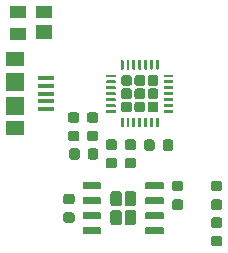
<source format=gbr>
G04 #@! TF.GenerationSoftware,KiCad,Pcbnew,(5.1.5)-2*
G04 #@! TF.CreationDate,2020-10-22T14:23:29-05:00*
G04 #@! TF.ProjectId,usbSerial,75736253-6572-4696-916c-2e6b69636164,rev?*
G04 #@! TF.SameCoordinates,Original*
G04 #@! TF.FileFunction,Paste,Top*
G04 #@! TF.FilePolarity,Positive*
%FSLAX46Y46*%
G04 Gerber Fmt 4.6, Leading zero omitted, Abs format (unit mm)*
G04 Created by KiCad (PCBNEW (5.1.5)-2) date 2020-10-22 14:23:29*
%MOMM*%
%LPD*%
G04 APERTURE LIST*
%ADD10C,0.100000*%
%ADD11R,1.400000X1.200000*%
%ADD12R,1.400000X1.000000*%
%ADD13R,1.550000X1.200000*%
%ADD14R,1.350000X0.400000*%
%ADD15R,1.550000X1.500000*%
G04 APERTURE END LIST*
D10*
G36*
X60977691Y-74151053D02*
G01*
X60998926Y-74154203D01*
X61019750Y-74159419D01*
X61039962Y-74166651D01*
X61059368Y-74175830D01*
X61077781Y-74186866D01*
X61095024Y-74199654D01*
X61110930Y-74214070D01*
X61125346Y-74229976D01*
X61138134Y-74247219D01*
X61149170Y-74265632D01*
X61158349Y-74285038D01*
X61165581Y-74305250D01*
X61170797Y-74326074D01*
X61173947Y-74347309D01*
X61175000Y-74368750D01*
X61175000Y-74806250D01*
X61173947Y-74827691D01*
X61170797Y-74848926D01*
X61165581Y-74869750D01*
X61158349Y-74889962D01*
X61149170Y-74909368D01*
X61138134Y-74927781D01*
X61125346Y-74945024D01*
X61110930Y-74960930D01*
X61095024Y-74975346D01*
X61077781Y-74988134D01*
X61059368Y-74999170D01*
X61039962Y-75008349D01*
X61019750Y-75015581D01*
X60998926Y-75020797D01*
X60977691Y-75023947D01*
X60956250Y-75025000D01*
X60443750Y-75025000D01*
X60422309Y-75023947D01*
X60401074Y-75020797D01*
X60380250Y-75015581D01*
X60360038Y-75008349D01*
X60340632Y-74999170D01*
X60322219Y-74988134D01*
X60304976Y-74975346D01*
X60289070Y-74960930D01*
X60274654Y-74945024D01*
X60261866Y-74927781D01*
X60250830Y-74909368D01*
X60241651Y-74889962D01*
X60234419Y-74869750D01*
X60229203Y-74848926D01*
X60226053Y-74827691D01*
X60225000Y-74806250D01*
X60225000Y-74368750D01*
X60226053Y-74347309D01*
X60229203Y-74326074D01*
X60234419Y-74305250D01*
X60241651Y-74285038D01*
X60250830Y-74265632D01*
X60261866Y-74247219D01*
X60274654Y-74229976D01*
X60289070Y-74214070D01*
X60304976Y-74199654D01*
X60322219Y-74186866D01*
X60340632Y-74175830D01*
X60360038Y-74166651D01*
X60380250Y-74159419D01*
X60401074Y-74154203D01*
X60422309Y-74151053D01*
X60443750Y-74150000D01*
X60956250Y-74150000D01*
X60977691Y-74151053D01*
G37*
G36*
X60977691Y-72576053D02*
G01*
X60998926Y-72579203D01*
X61019750Y-72584419D01*
X61039962Y-72591651D01*
X61059368Y-72600830D01*
X61077781Y-72611866D01*
X61095024Y-72624654D01*
X61110930Y-72639070D01*
X61125346Y-72654976D01*
X61138134Y-72672219D01*
X61149170Y-72690632D01*
X61158349Y-72710038D01*
X61165581Y-72730250D01*
X61170797Y-72751074D01*
X61173947Y-72772309D01*
X61175000Y-72793750D01*
X61175000Y-73231250D01*
X61173947Y-73252691D01*
X61170797Y-73273926D01*
X61165581Y-73294750D01*
X61158349Y-73314962D01*
X61149170Y-73334368D01*
X61138134Y-73352781D01*
X61125346Y-73370024D01*
X61110930Y-73385930D01*
X61095024Y-73400346D01*
X61077781Y-73413134D01*
X61059368Y-73424170D01*
X61039962Y-73433349D01*
X61019750Y-73440581D01*
X60998926Y-73445797D01*
X60977691Y-73448947D01*
X60956250Y-73450000D01*
X60443750Y-73450000D01*
X60422309Y-73448947D01*
X60401074Y-73445797D01*
X60380250Y-73440581D01*
X60360038Y-73433349D01*
X60340632Y-73424170D01*
X60322219Y-73413134D01*
X60304976Y-73400346D01*
X60289070Y-73385930D01*
X60274654Y-73370024D01*
X60261866Y-73352781D01*
X60250830Y-73334368D01*
X60241651Y-73314962D01*
X60234419Y-73294750D01*
X60229203Y-73273926D01*
X60226053Y-73252691D01*
X60225000Y-73231250D01*
X60225000Y-72793750D01*
X60226053Y-72772309D01*
X60229203Y-72751074D01*
X60234419Y-72730250D01*
X60241651Y-72710038D01*
X60250830Y-72690632D01*
X60261866Y-72672219D01*
X60274654Y-72654976D01*
X60289070Y-72639070D01*
X60304976Y-72624654D01*
X60322219Y-72611866D01*
X60340632Y-72600830D01*
X60360038Y-72591651D01*
X60380250Y-72584419D01*
X60401074Y-72579203D01*
X60422309Y-72576053D01*
X60443750Y-72575000D01*
X60956250Y-72575000D01*
X60977691Y-72576053D01*
G37*
G36*
X57777691Y-71851053D02*
G01*
X57798926Y-71854203D01*
X57819750Y-71859419D01*
X57839962Y-71866651D01*
X57859368Y-71875830D01*
X57877781Y-71886866D01*
X57895024Y-71899654D01*
X57910930Y-71914070D01*
X57925346Y-71929976D01*
X57938134Y-71947219D01*
X57949170Y-71965632D01*
X57958349Y-71985038D01*
X57965581Y-72005250D01*
X57970797Y-72026074D01*
X57973947Y-72047309D01*
X57975000Y-72068750D01*
X57975000Y-72506250D01*
X57973947Y-72527691D01*
X57970797Y-72548926D01*
X57965581Y-72569750D01*
X57958349Y-72589962D01*
X57949170Y-72609368D01*
X57938134Y-72627781D01*
X57925346Y-72645024D01*
X57910930Y-72660930D01*
X57895024Y-72675346D01*
X57877781Y-72688134D01*
X57859368Y-72699170D01*
X57839962Y-72708349D01*
X57819750Y-72715581D01*
X57798926Y-72720797D01*
X57777691Y-72723947D01*
X57756250Y-72725000D01*
X57243750Y-72725000D01*
X57222309Y-72723947D01*
X57201074Y-72720797D01*
X57180250Y-72715581D01*
X57160038Y-72708349D01*
X57140632Y-72699170D01*
X57122219Y-72688134D01*
X57104976Y-72675346D01*
X57089070Y-72660930D01*
X57074654Y-72645024D01*
X57061866Y-72627781D01*
X57050830Y-72609368D01*
X57041651Y-72589962D01*
X57034419Y-72569750D01*
X57029203Y-72548926D01*
X57026053Y-72527691D01*
X57025000Y-72506250D01*
X57025000Y-72068750D01*
X57026053Y-72047309D01*
X57029203Y-72026074D01*
X57034419Y-72005250D01*
X57041651Y-71985038D01*
X57050830Y-71965632D01*
X57061866Y-71947219D01*
X57074654Y-71929976D01*
X57089070Y-71914070D01*
X57104976Y-71899654D01*
X57122219Y-71886866D01*
X57140632Y-71875830D01*
X57160038Y-71866651D01*
X57180250Y-71859419D01*
X57201074Y-71854203D01*
X57222309Y-71851053D01*
X57243750Y-71850000D01*
X57756250Y-71850000D01*
X57777691Y-71851053D01*
G37*
G36*
X57777691Y-70276053D02*
G01*
X57798926Y-70279203D01*
X57819750Y-70284419D01*
X57839962Y-70291651D01*
X57859368Y-70300830D01*
X57877781Y-70311866D01*
X57895024Y-70324654D01*
X57910930Y-70339070D01*
X57925346Y-70354976D01*
X57938134Y-70372219D01*
X57949170Y-70390632D01*
X57958349Y-70410038D01*
X57965581Y-70430250D01*
X57970797Y-70451074D01*
X57973947Y-70472309D01*
X57975000Y-70493750D01*
X57975000Y-70931250D01*
X57973947Y-70952691D01*
X57970797Y-70973926D01*
X57965581Y-70994750D01*
X57958349Y-71014962D01*
X57949170Y-71034368D01*
X57938134Y-71052781D01*
X57925346Y-71070024D01*
X57910930Y-71085930D01*
X57895024Y-71100346D01*
X57877781Y-71113134D01*
X57859368Y-71124170D01*
X57839962Y-71133349D01*
X57819750Y-71140581D01*
X57798926Y-71145797D01*
X57777691Y-71148947D01*
X57756250Y-71150000D01*
X57243750Y-71150000D01*
X57222309Y-71148947D01*
X57201074Y-71145797D01*
X57180250Y-71140581D01*
X57160038Y-71133349D01*
X57140632Y-71124170D01*
X57122219Y-71113134D01*
X57104976Y-71100346D01*
X57089070Y-71085930D01*
X57074654Y-71070024D01*
X57061866Y-71052781D01*
X57050830Y-71034368D01*
X57041651Y-71014962D01*
X57034419Y-70994750D01*
X57029203Y-70973926D01*
X57026053Y-70952691D01*
X57025000Y-70931250D01*
X57025000Y-70493750D01*
X57026053Y-70472309D01*
X57029203Y-70451074D01*
X57034419Y-70430250D01*
X57041651Y-70410038D01*
X57050830Y-70390632D01*
X57061866Y-70372219D01*
X57074654Y-70354976D01*
X57089070Y-70339070D01*
X57104976Y-70324654D01*
X57122219Y-70311866D01*
X57140632Y-70300830D01*
X57160038Y-70291651D01*
X57180250Y-70284419D01*
X57201074Y-70279203D01*
X57222309Y-70276053D01*
X57243750Y-70275000D01*
X57756250Y-70275000D01*
X57777691Y-70276053D01*
G37*
G36*
X59377691Y-70276053D02*
G01*
X59398926Y-70279203D01*
X59419750Y-70284419D01*
X59439962Y-70291651D01*
X59459368Y-70300830D01*
X59477781Y-70311866D01*
X59495024Y-70324654D01*
X59510930Y-70339070D01*
X59525346Y-70354976D01*
X59538134Y-70372219D01*
X59549170Y-70390632D01*
X59558349Y-70410038D01*
X59565581Y-70430250D01*
X59570797Y-70451074D01*
X59573947Y-70472309D01*
X59575000Y-70493750D01*
X59575000Y-70931250D01*
X59573947Y-70952691D01*
X59570797Y-70973926D01*
X59565581Y-70994750D01*
X59558349Y-71014962D01*
X59549170Y-71034368D01*
X59538134Y-71052781D01*
X59525346Y-71070024D01*
X59510930Y-71085930D01*
X59495024Y-71100346D01*
X59477781Y-71113134D01*
X59459368Y-71124170D01*
X59439962Y-71133349D01*
X59419750Y-71140581D01*
X59398926Y-71145797D01*
X59377691Y-71148947D01*
X59356250Y-71150000D01*
X58843750Y-71150000D01*
X58822309Y-71148947D01*
X58801074Y-71145797D01*
X58780250Y-71140581D01*
X58760038Y-71133349D01*
X58740632Y-71124170D01*
X58722219Y-71113134D01*
X58704976Y-71100346D01*
X58689070Y-71085930D01*
X58674654Y-71070024D01*
X58661866Y-71052781D01*
X58650830Y-71034368D01*
X58641651Y-71014962D01*
X58634419Y-70994750D01*
X58629203Y-70973926D01*
X58626053Y-70952691D01*
X58625000Y-70931250D01*
X58625000Y-70493750D01*
X58626053Y-70472309D01*
X58629203Y-70451074D01*
X58634419Y-70430250D01*
X58641651Y-70410038D01*
X58650830Y-70390632D01*
X58661866Y-70372219D01*
X58674654Y-70354976D01*
X58689070Y-70339070D01*
X58704976Y-70324654D01*
X58722219Y-70311866D01*
X58740632Y-70300830D01*
X58760038Y-70291651D01*
X58780250Y-70284419D01*
X58801074Y-70279203D01*
X58822309Y-70276053D01*
X58843750Y-70275000D01*
X59356250Y-70275000D01*
X59377691Y-70276053D01*
G37*
G36*
X59377691Y-71851053D02*
G01*
X59398926Y-71854203D01*
X59419750Y-71859419D01*
X59439962Y-71866651D01*
X59459368Y-71875830D01*
X59477781Y-71886866D01*
X59495024Y-71899654D01*
X59510930Y-71914070D01*
X59525346Y-71929976D01*
X59538134Y-71947219D01*
X59549170Y-71965632D01*
X59558349Y-71985038D01*
X59565581Y-72005250D01*
X59570797Y-72026074D01*
X59573947Y-72047309D01*
X59575000Y-72068750D01*
X59575000Y-72506250D01*
X59573947Y-72527691D01*
X59570797Y-72548926D01*
X59565581Y-72569750D01*
X59558349Y-72589962D01*
X59549170Y-72609368D01*
X59538134Y-72627781D01*
X59525346Y-72645024D01*
X59510930Y-72660930D01*
X59495024Y-72675346D01*
X59477781Y-72688134D01*
X59459368Y-72699170D01*
X59439962Y-72708349D01*
X59419750Y-72715581D01*
X59398926Y-72720797D01*
X59377691Y-72723947D01*
X59356250Y-72725000D01*
X58843750Y-72725000D01*
X58822309Y-72723947D01*
X58801074Y-72720797D01*
X58780250Y-72715581D01*
X58760038Y-72708349D01*
X58740632Y-72699170D01*
X58722219Y-72688134D01*
X58704976Y-72675346D01*
X58689070Y-72660930D01*
X58674654Y-72645024D01*
X58661866Y-72627781D01*
X58650830Y-72609368D01*
X58641651Y-72589962D01*
X58634419Y-72569750D01*
X58629203Y-72548926D01*
X58626053Y-72527691D01*
X58625000Y-72506250D01*
X58625000Y-72068750D01*
X58626053Y-72047309D01*
X58629203Y-72026074D01*
X58634419Y-72005250D01*
X58641651Y-71985038D01*
X58650830Y-71965632D01*
X58661866Y-71947219D01*
X58674654Y-71929976D01*
X58689070Y-71914070D01*
X58704976Y-71899654D01*
X58722219Y-71886866D01*
X58740632Y-71875830D01*
X58760038Y-71866651D01*
X58780250Y-71859419D01*
X58801074Y-71854203D01*
X58822309Y-71851053D01*
X58843750Y-71850000D01*
X59356250Y-71850000D01*
X59377691Y-71851053D01*
G37*
G36*
X57377691Y-77176053D02*
G01*
X57398926Y-77179203D01*
X57419750Y-77184419D01*
X57439962Y-77191651D01*
X57459368Y-77200830D01*
X57477781Y-77211866D01*
X57495024Y-77224654D01*
X57510930Y-77239070D01*
X57525346Y-77254976D01*
X57538134Y-77272219D01*
X57549170Y-77290632D01*
X57558349Y-77310038D01*
X57565581Y-77330250D01*
X57570797Y-77351074D01*
X57573947Y-77372309D01*
X57575000Y-77393750D01*
X57575000Y-77831250D01*
X57573947Y-77852691D01*
X57570797Y-77873926D01*
X57565581Y-77894750D01*
X57558349Y-77914962D01*
X57549170Y-77934368D01*
X57538134Y-77952781D01*
X57525346Y-77970024D01*
X57510930Y-77985930D01*
X57495024Y-78000346D01*
X57477781Y-78013134D01*
X57459368Y-78024170D01*
X57439962Y-78033349D01*
X57419750Y-78040581D01*
X57398926Y-78045797D01*
X57377691Y-78048947D01*
X57356250Y-78050000D01*
X56843750Y-78050000D01*
X56822309Y-78048947D01*
X56801074Y-78045797D01*
X56780250Y-78040581D01*
X56760038Y-78033349D01*
X56740632Y-78024170D01*
X56722219Y-78013134D01*
X56704976Y-78000346D01*
X56689070Y-77985930D01*
X56674654Y-77970024D01*
X56661866Y-77952781D01*
X56650830Y-77934368D01*
X56641651Y-77914962D01*
X56634419Y-77894750D01*
X56629203Y-77873926D01*
X56626053Y-77852691D01*
X56625000Y-77831250D01*
X56625000Y-77393750D01*
X56626053Y-77372309D01*
X56629203Y-77351074D01*
X56634419Y-77330250D01*
X56641651Y-77310038D01*
X56650830Y-77290632D01*
X56661866Y-77272219D01*
X56674654Y-77254976D01*
X56689070Y-77239070D01*
X56704976Y-77224654D01*
X56722219Y-77211866D01*
X56740632Y-77200830D01*
X56760038Y-77191651D01*
X56780250Y-77184419D01*
X56801074Y-77179203D01*
X56822309Y-77176053D01*
X56843750Y-77175000D01*
X57356250Y-77175000D01*
X57377691Y-77176053D01*
G37*
G36*
X57377691Y-78751053D02*
G01*
X57398926Y-78754203D01*
X57419750Y-78759419D01*
X57439962Y-78766651D01*
X57459368Y-78775830D01*
X57477781Y-78786866D01*
X57495024Y-78799654D01*
X57510930Y-78814070D01*
X57525346Y-78829976D01*
X57538134Y-78847219D01*
X57549170Y-78865632D01*
X57558349Y-78885038D01*
X57565581Y-78905250D01*
X57570797Y-78926074D01*
X57573947Y-78947309D01*
X57575000Y-78968750D01*
X57575000Y-79406250D01*
X57573947Y-79427691D01*
X57570797Y-79448926D01*
X57565581Y-79469750D01*
X57558349Y-79489962D01*
X57549170Y-79509368D01*
X57538134Y-79527781D01*
X57525346Y-79545024D01*
X57510930Y-79560930D01*
X57495024Y-79575346D01*
X57477781Y-79588134D01*
X57459368Y-79599170D01*
X57439962Y-79608349D01*
X57419750Y-79615581D01*
X57398926Y-79620797D01*
X57377691Y-79623947D01*
X57356250Y-79625000D01*
X56843750Y-79625000D01*
X56822309Y-79623947D01*
X56801074Y-79620797D01*
X56780250Y-79615581D01*
X56760038Y-79608349D01*
X56740632Y-79599170D01*
X56722219Y-79588134D01*
X56704976Y-79575346D01*
X56689070Y-79560930D01*
X56674654Y-79545024D01*
X56661866Y-79527781D01*
X56650830Y-79509368D01*
X56641651Y-79489962D01*
X56634419Y-79469750D01*
X56629203Y-79448926D01*
X56626053Y-79427691D01*
X56625000Y-79406250D01*
X56625000Y-78968750D01*
X56626053Y-78947309D01*
X56629203Y-78926074D01*
X56634419Y-78905250D01*
X56641651Y-78885038D01*
X56650830Y-78865632D01*
X56661866Y-78847219D01*
X56674654Y-78829976D01*
X56689070Y-78814070D01*
X56704976Y-78799654D01*
X56722219Y-78786866D01*
X56740632Y-78775830D01*
X56760038Y-78766651D01*
X56780250Y-78759419D01*
X56801074Y-78754203D01*
X56822309Y-78751053D01*
X56843750Y-78750000D01*
X57356250Y-78750000D01*
X57377691Y-78751053D01*
G37*
G36*
X66577691Y-77651053D02*
G01*
X66598926Y-77654203D01*
X66619750Y-77659419D01*
X66639962Y-77666651D01*
X66659368Y-77675830D01*
X66677781Y-77686866D01*
X66695024Y-77699654D01*
X66710930Y-77714070D01*
X66725346Y-77729976D01*
X66738134Y-77747219D01*
X66749170Y-77765632D01*
X66758349Y-77785038D01*
X66765581Y-77805250D01*
X66770797Y-77826074D01*
X66773947Y-77847309D01*
X66775000Y-77868750D01*
X66775000Y-78306250D01*
X66773947Y-78327691D01*
X66770797Y-78348926D01*
X66765581Y-78369750D01*
X66758349Y-78389962D01*
X66749170Y-78409368D01*
X66738134Y-78427781D01*
X66725346Y-78445024D01*
X66710930Y-78460930D01*
X66695024Y-78475346D01*
X66677781Y-78488134D01*
X66659368Y-78499170D01*
X66639962Y-78508349D01*
X66619750Y-78515581D01*
X66598926Y-78520797D01*
X66577691Y-78523947D01*
X66556250Y-78525000D01*
X66043750Y-78525000D01*
X66022309Y-78523947D01*
X66001074Y-78520797D01*
X65980250Y-78515581D01*
X65960038Y-78508349D01*
X65940632Y-78499170D01*
X65922219Y-78488134D01*
X65904976Y-78475346D01*
X65889070Y-78460930D01*
X65874654Y-78445024D01*
X65861866Y-78427781D01*
X65850830Y-78409368D01*
X65841651Y-78389962D01*
X65834419Y-78369750D01*
X65829203Y-78348926D01*
X65826053Y-78327691D01*
X65825000Y-78306250D01*
X65825000Y-77868750D01*
X65826053Y-77847309D01*
X65829203Y-77826074D01*
X65834419Y-77805250D01*
X65841651Y-77785038D01*
X65850830Y-77765632D01*
X65861866Y-77747219D01*
X65874654Y-77729976D01*
X65889070Y-77714070D01*
X65904976Y-77699654D01*
X65922219Y-77686866D01*
X65940632Y-77675830D01*
X65960038Y-77666651D01*
X65980250Y-77659419D01*
X66001074Y-77654203D01*
X66022309Y-77651053D01*
X66043750Y-77650000D01*
X66556250Y-77650000D01*
X66577691Y-77651053D01*
G37*
G36*
X66577691Y-76076053D02*
G01*
X66598926Y-76079203D01*
X66619750Y-76084419D01*
X66639962Y-76091651D01*
X66659368Y-76100830D01*
X66677781Y-76111866D01*
X66695024Y-76124654D01*
X66710930Y-76139070D01*
X66725346Y-76154976D01*
X66738134Y-76172219D01*
X66749170Y-76190632D01*
X66758349Y-76210038D01*
X66765581Y-76230250D01*
X66770797Y-76251074D01*
X66773947Y-76272309D01*
X66775000Y-76293750D01*
X66775000Y-76731250D01*
X66773947Y-76752691D01*
X66770797Y-76773926D01*
X66765581Y-76794750D01*
X66758349Y-76814962D01*
X66749170Y-76834368D01*
X66738134Y-76852781D01*
X66725346Y-76870024D01*
X66710930Y-76885930D01*
X66695024Y-76900346D01*
X66677781Y-76913134D01*
X66659368Y-76924170D01*
X66639962Y-76933349D01*
X66619750Y-76940581D01*
X66598926Y-76945797D01*
X66577691Y-76948947D01*
X66556250Y-76950000D01*
X66043750Y-76950000D01*
X66022309Y-76948947D01*
X66001074Y-76945797D01*
X65980250Y-76940581D01*
X65960038Y-76933349D01*
X65940632Y-76924170D01*
X65922219Y-76913134D01*
X65904976Y-76900346D01*
X65889070Y-76885930D01*
X65874654Y-76870024D01*
X65861866Y-76852781D01*
X65850830Y-76834368D01*
X65841651Y-76814962D01*
X65834419Y-76794750D01*
X65829203Y-76773926D01*
X65826053Y-76752691D01*
X65825000Y-76731250D01*
X65825000Y-76293750D01*
X65826053Y-76272309D01*
X65829203Y-76251074D01*
X65834419Y-76230250D01*
X65841651Y-76210038D01*
X65850830Y-76190632D01*
X65861866Y-76172219D01*
X65874654Y-76154976D01*
X65889070Y-76139070D01*
X65904976Y-76124654D01*
X65922219Y-76111866D01*
X65940632Y-76100830D01*
X65960038Y-76091651D01*
X65980250Y-76084419D01*
X66001074Y-76079203D01*
X66022309Y-76076053D01*
X66043750Y-76075000D01*
X66556250Y-76075000D01*
X66577691Y-76076053D01*
G37*
G36*
X69877691Y-77651053D02*
G01*
X69898926Y-77654203D01*
X69919750Y-77659419D01*
X69939962Y-77666651D01*
X69959368Y-77675830D01*
X69977781Y-77686866D01*
X69995024Y-77699654D01*
X70010930Y-77714070D01*
X70025346Y-77729976D01*
X70038134Y-77747219D01*
X70049170Y-77765632D01*
X70058349Y-77785038D01*
X70065581Y-77805250D01*
X70070797Y-77826074D01*
X70073947Y-77847309D01*
X70075000Y-77868750D01*
X70075000Y-78306250D01*
X70073947Y-78327691D01*
X70070797Y-78348926D01*
X70065581Y-78369750D01*
X70058349Y-78389962D01*
X70049170Y-78409368D01*
X70038134Y-78427781D01*
X70025346Y-78445024D01*
X70010930Y-78460930D01*
X69995024Y-78475346D01*
X69977781Y-78488134D01*
X69959368Y-78499170D01*
X69939962Y-78508349D01*
X69919750Y-78515581D01*
X69898926Y-78520797D01*
X69877691Y-78523947D01*
X69856250Y-78525000D01*
X69343750Y-78525000D01*
X69322309Y-78523947D01*
X69301074Y-78520797D01*
X69280250Y-78515581D01*
X69260038Y-78508349D01*
X69240632Y-78499170D01*
X69222219Y-78488134D01*
X69204976Y-78475346D01*
X69189070Y-78460930D01*
X69174654Y-78445024D01*
X69161866Y-78427781D01*
X69150830Y-78409368D01*
X69141651Y-78389962D01*
X69134419Y-78369750D01*
X69129203Y-78348926D01*
X69126053Y-78327691D01*
X69125000Y-78306250D01*
X69125000Y-77868750D01*
X69126053Y-77847309D01*
X69129203Y-77826074D01*
X69134419Y-77805250D01*
X69141651Y-77785038D01*
X69150830Y-77765632D01*
X69161866Y-77747219D01*
X69174654Y-77729976D01*
X69189070Y-77714070D01*
X69204976Y-77699654D01*
X69222219Y-77686866D01*
X69240632Y-77675830D01*
X69260038Y-77666651D01*
X69280250Y-77659419D01*
X69301074Y-77654203D01*
X69322309Y-77651053D01*
X69343750Y-77650000D01*
X69856250Y-77650000D01*
X69877691Y-77651053D01*
G37*
G36*
X69877691Y-76076053D02*
G01*
X69898926Y-76079203D01*
X69919750Y-76084419D01*
X69939962Y-76091651D01*
X69959368Y-76100830D01*
X69977781Y-76111866D01*
X69995024Y-76124654D01*
X70010930Y-76139070D01*
X70025346Y-76154976D01*
X70038134Y-76172219D01*
X70049170Y-76190632D01*
X70058349Y-76210038D01*
X70065581Y-76230250D01*
X70070797Y-76251074D01*
X70073947Y-76272309D01*
X70075000Y-76293750D01*
X70075000Y-76731250D01*
X70073947Y-76752691D01*
X70070797Y-76773926D01*
X70065581Y-76794750D01*
X70058349Y-76814962D01*
X70049170Y-76834368D01*
X70038134Y-76852781D01*
X70025346Y-76870024D01*
X70010930Y-76885930D01*
X69995024Y-76900346D01*
X69977781Y-76913134D01*
X69959368Y-76924170D01*
X69939962Y-76933349D01*
X69919750Y-76940581D01*
X69898926Y-76945797D01*
X69877691Y-76948947D01*
X69856250Y-76950000D01*
X69343750Y-76950000D01*
X69322309Y-76948947D01*
X69301074Y-76945797D01*
X69280250Y-76940581D01*
X69260038Y-76933349D01*
X69240632Y-76924170D01*
X69222219Y-76913134D01*
X69204976Y-76900346D01*
X69189070Y-76885930D01*
X69174654Y-76870024D01*
X69161866Y-76852781D01*
X69150830Y-76834368D01*
X69141651Y-76814962D01*
X69134419Y-76794750D01*
X69129203Y-76773926D01*
X69126053Y-76752691D01*
X69125000Y-76731250D01*
X69125000Y-76293750D01*
X69126053Y-76272309D01*
X69129203Y-76251074D01*
X69134419Y-76230250D01*
X69141651Y-76210038D01*
X69150830Y-76190632D01*
X69161866Y-76172219D01*
X69174654Y-76154976D01*
X69189070Y-76139070D01*
X69204976Y-76124654D01*
X69222219Y-76111866D01*
X69240632Y-76100830D01*
X69260038Y-76091651D01*
X69280250Y-76084419D01*
X69301074Y-76079203D01*
X69322309Y-76076053D01*
X69343750Y-76075000D01*
X69856250Y-76075000D01*
X69877691Y-76076053D01*
G37*
G36*
X59377691Y-73326053D02*
G01*
X59398926Y-73329203D01*
X59419750Y-73334419D01*
X59439962Y-73341651D01*
X59459368Y-73350830D01*
X59477781Y-73361866D01*
X59495024Y-73374654D01*
X59510930Y-73389070D01*
X59525346Y-73404976D01*
X59538134Y-73422219D01*
X59549170Y-73440632D01*
X59558349Y-73460038D01*
X59565581Y-73480250D01*
X59570797Y-73501074D01*
X59573947Y-73522309D01*
X59575000Y-73543750D01*
X59575000Y-74056250D01*
X59573947Y-74077691D01*
X59570797Y-74098926D01*
X59565581Y-74119750D01*
X59558349Y-74139962D01*
X59549170Y-74159368D01*
X59538134Y-74177781D01*
X59525346Y-74195024D01*
X59510930Y-74210930D01*
X59495024Y-74225346D01*
X59477781Y-74238134D01*
X59459368Y-74249170D01*
X59439962Y-74258349D01*
X59419750Y-74265581D01*
X59398926Y-74270797D01*
X59377691Y-74273947D01*
X59356250Y-74275000D01*
X58918750Y-74275000D01*
X58897309Y-74273947D01*
X58876074Y-74270797D01*
X58855250Y-74265581D01*
X58835038Y-74258349D01*
X58815632Y-74249170D01*
X58797219Y-74238134D01*
X58779976Y-74225346D01*
X58764070Y-74210930D01*
X58749654Y-74195024D01*
X58736866Y-74177781D01*
X58725830Y-74159368D01*
X58716651Y-74139962D01*
X58709419Y-74119750D01*
X58704203Y-74098926D01*
X58701053Y-74077691D01*
X58700000Y-74056250D01*
X58700000Y-73543750D01*
X58701053Y-73522309D01*
X58704203Y-73501074D01*
X58709419Y-73480250D01*
X58716651Y-73460038D01*
X58725830Y-73440632D01*
X58736866Y-73422219D01*
X58749654Y-73404976D01*
X58764070Y-73389070D01*
X58779976Y-73374654D01*
X58797219Y-73361866D01*
X58815632Y-73350830D01*
X58835038Y-73341651D01*
X58855250Y-73334419D01*
X58876074Y-73329203D01*
X58897309Y-73326053D01*
X58918750Y-73325000D01*
X59356250Y-73325000D01*
X59377691Y-73326053D01*
G37*
G36*
X57802691Y-73326053D02*
G01*
X57823926Y-73329203D01*
X57844750Y-73334419D01*
X57864962Y-73341651D01*
X57884368Y-73350830D01*
X57902781Y-73361866D01*
X57920024Y-73374654D01*
X57935930Y-73389070D01*
X57950346Y-73404976D01*
X57963134Y-73422219D01*
X57974170Y-73440632D01*
X57983349Y-73460038D01*
X57990581Y-73480250D01*
X57995797Y-73501074D01*
X57998947Y-73522309D01*
X58000000Y-73543750D01*
X58000000Y-74056250D01*
X57998947Y-74077691D01*
X57995797Y-74098926D01*
X57990581Y-74119750D01*
X57983349Y-74139962D01*
X57974170Y-74159368D01*
X57963134Y-74177781D01*
X57950346Y-74195024D01*
X57935930Y-74210930D01*
X57920024Y-74225346D01*
X57902781Y-74238134D01*
X57884368Y-74249170D01*
X57864962Y-74258349D01*
X57844750Y-74265581D01*
X57823926Y-74270797D01*
X57802691Y-74273947D01*
X57781250Y-74275000D01*
X57343750Y-74275000D01*
X57322309Y-74273947D01*
X57301074Y-74270797D01*
X57280250Y-74265581D01*
X57260038Y-74258349D01*
X57240632Y-74249170D01*
X57222219Y-74238134D01*
X57204976Y-74225346D01*
X57189070Y-74210930D01*
X57174654Y-74195024D01*
X57161866Y-74177781D01*
X57150830Y-74159368D01*
X57141651Y-74139962D01*
X57134419Y-74119750D01*
X57129203Y-74098926D01*
X57126053Y-74077691D01*
X57125000Y-74056250D01*
X57125000Y-73543750D01*
X57126053Y-73522309D01*
X57129203Y-73501074D01*
X57134419Y-73480250D01*
X57141651Y-73460038D01*
X57150830Y-73440632D01*
X57161866Y-73422219D01*
X57174654Y-73404976D01*
X57189070Y-73389070D01*
X57204976Y-73374654D01*
X57222219Y-73361866D01*
X57240632Y-73350830D01*
X57260038Y-73341651D01*
X57280250Y-73334419D01*
X57301074Y-73329203D01*
X57322309Y-73326053D01*
X57343750Y-73325000D01*
X57781250Y-73325000D01*
X57802691Y-73326053D01*
G37*
G36*
X62577691Y-72576053D02*
G01*
X62598926Y-72579203D01*
X62619750Y-72584419D01*
X62639962Y-72591651D01*
X62659368Y-72600830D01*
X62677781Y-72611866D01*
X62695024Y-72624654D01*
X62710930Y-72639070D01*
X62725346Y-72654976D01*
X62738134Y-72672219D01*
X62749170Y-72690632D01*
X62758349Y-72710038D01*
X62765581Y-72730250D01*
X62770797Y-72751074D01*
X62773947Y-72772309D01*
X62775000Y-72793750D01*
X62775000Y-73231250D01*
X62773947Y-73252691D01*
X62770797Y-73273926D01*
X62765581Y-73294750D01*
X62758349Y-73314962D01*
X62749170Y-73334368D01*
X62738134Y-73352781D01*
X62725346Y-73370024D01*
X62710930Y-73385930D01*
X62695024Y-73400346D01*
X62677781Y-73413134D01*
X62659368Y-73424170D01*
X62639962Y-73433349D01*
X62619750Y-73440581D01*
X62598926Y-73445797D01*
X62577691Y-73448947D01*
X62556250Y-73450000D01*
X62043750Y-73450000D01*
X62022309Y-73448947D01*
X62001074Y-73445797D01*
X61980250Y-73440581D01*
X61960038Y-73433349D01*
X61940632Y-73424170D01*
X61922219Y-73413134D01*
X61904976Y-73400346D01*
X61889070Y-73385930D01*
X61874654Y-73370024D01*
X61861866Y-73352781D01*
X61850830Y-73334368D01*
X61841651Y-73314962D01*
X61834419Y-73294750D01*
X61829203Y-73273926D01*
X61826053Y-73252691D01*
X61825000Y-73231250D01*
X61825000Y-72793750D01*
X61826053Y-72772309D01*
X61829203Y-72751074D01*
X61834419Y-72730250D01*
X61841651Y-72710038D01*
X61850830Y-72690632D01*
X61861866Y-72672219D01*
X61874654Y-72654976D01*
X61889070Y-72639070D01*
X61904976Y-72624654D01*
X61922219Y-72611866D01*
X61940632Y-72600830D01*
X61960038Y-72591651D01*
X61980250Y-72584419D01*
X62001074Y-72579203D01*
X62022309Y-72576053D01*
X62043750Y-72575000D01*
X62556250Y-72575000D01*
X62577691Y-72576053D01*
G37*
G36*
X62577691Y-74151053D02*
G01*
X62598926Y-74154203D01*
X62619750Y-74159419D01*
X62639962Y-74166651D01*
X62659368Y-74175830D01*
X62677781Y-74186866D01*
X62695024Y-74199654D01*
X62710930Y-74214070D01*
X62725346Y-74229976D01*
X62738134Y-74247219D01*
X62749170Y-74265632D01*
X62758349Y-74285038D01*
X62765581Y-74305250D01*
X62770797Y-74326074D01*
X62773947Y-74347309D01*
X62775000Y-74368750D01*
X62775000Y-74806250D01*
X62773947Y-74827691D01*
X62770797Y-74848926D01*
X62765581Y-74869750D01*
X62758349Y-74889962D01*
X62749170Y-74909368D01*
X62738134Y-74927781D01*
X62725346Y-74945024D01*
X62710930Y-74960930D01*
X62695024Y-74975346D01*
X62677781Y-74988134D01*
X62659368Y-74999170D01*
X62639962Y-75008349D01*
X62619750Y-75015581D01*
X62598926Y-75020797D01*
X62577691Y-75023947D01*
X62556250Y-75025000D01*
X62043750Y-75025000D01*
X62022309Y-75023947D01*
X62001074Y-75020797D01*
X61980250Y-75015581D01*
X61960038Y-75008349D01*
X61940632Y-74999170D01*
X61922219Y-74988134D01*
X61904976Y-74975346D01*
X61889070Y-74960930D01*
X61874654Y-74945024D01*
X61861866Y-74927781D01*
X61850830Y-74909368D01*
X61841651Y-74889962D01*
X61834419Y-74869750D01*
X61829203Y-74848926D01*
X61826053Y-74827691D01*
X61825000Y-74806250D01*
X61825000Y-74368750D01*
X61826053Y-74347309D01*
X61829203Y-74326074D01*
X61834419Y-74305250D01*
X61841651Y-74285038D01*
X61850830Y-74265632D01*
X61861866Y-74247219D01*
X61874654Y-74229976D01*
X61889070Y-74214070D01*
X61904976Y-74199654D01*
X61922219Y-74186866D01*
X61940632Y-74175830D01*
X61960038Y-74166651D01*
X61980250Y-74159419D01*
X62001074Y-74154203D01*
X62022309Y-74151053D01*
X62043750Y-74150000D01*
X62556250Y-74150000D01*
X62577691Y-74151053D01*
G37*
G36*
X64152691Y-72576053D02*
G01*
X64173926Y-72579203D01*
X64194750Y-72584419D01*
X64214962Y-72591651D01*
X64234368Y-72600830D01*
X64252781Y-72611866D01*
X64270024Y-72624654D01*
X64285930Y-72639070D01*
X64300346Y-72654976D01*
X64313134Y-72672219D01*
X64324170Y-72690632D01*
X64333349Y-72710038D01*
X64340581Y-72730250D01*
X64345797Y-72751074D01*
X64348947Y-72772309D01*
X64350000Y-72793750D01*
X64350000Y-73306250D01*
X64348947Y-73327691D01*
X64345797Y-73348926D01*
X64340581Y-73369750D01*
X64333349Y-73389962D01*
X64324170Y-73409368D01*
X64313134Y-73427781D01*
X64300346Y-73445024D01*
X64285930Y-73460930D01*
X64270024Y-73475346D01*
X64252781Y-73488134D01*
X64234368Y-73499170D01*
X64214962Y-73508349D01*
X64194750Y-73515581D01*
X64173926Y-73520797D01*
X64152691Y-73523947D01*
X64131250Y-73525000D01*
X63693750Y-73525000D01*
X63672309Y-73523947D01*
X63651074Y-73520797D01*
X63630250Y-73515581D01*
X63610038Y-73508349D01*
X63590632Y-73499170D01*
X63572219Y-73488134D01*
X63554976Y-73475346D01*
X63539070Y-73460930D01*
X63524654Y-73445024D01*
X63511866Y-73427781D01*
X63500830Y-73409368D01*
X63491651Y-73389962D01*
X63484419Y-73369750D01*
X63479203Y-73348926D01*
X63476053Y-73327691D01*
X63475000Y-73306250D01*
X63475000Y-72793750D01*
X63476053Y-72772309D01*
X63479203Y-72751074D01*
X63484419Y-72730250D01*
X63491651Y-72710038D01*
X63500830Y-72690632D01*
X63511866Y-72672219D01*
X63524654Y-72654976D01*
X63539070Y-72639070D01*
X63554976Y-72624654D01*
X63572219Y-72611866D01*
X63590632Y-72600830D01*
X63610038Y-72591651D01*
X63630250Y-72584419D01*
X63651074Y-72579203D01*
X63672309Y-72576053D01*
X63693750Y-72575000D01*
X64131250Y-72575000D01*
X64152691Y-72576053D01*
G37*
G36*
X65727691Y-72576053D02*
G01*
X65748926Y-72579203D01*
X65769750Y-72584419D01*
X65789962Y-72591651D01*
X65809368Y-72600830D01*
X65827781Y-72611866D01*
X65845024Y-72624654D01*
X65860930Y-72639070D01*
X65875346Y-72654976D01*
X65888134Y-72672219D01*
X65899170Y-72690632D01*
X65908349Y-72710038D01*
X65915581Y-72730250D01*
X65920797Y-72751074D01*
X65923947Y-72772309D01*
X65925000Y-72793750D01*
X65925000Y-73306250D01*
X65923947Y-73327691D01*
X65920797Y-73348926D01*
X65915581Y-73369750D01*
X65908349Y-73389962D01*
X65899170Y-73409368D01*
X65888134Y-73427781D01*
X65875346Y-73445024D01*
X65860930Y-73460930D01*
X65845024Y-73475346D01*
X65827781Y-73488134D01*
X65809368Y-73499170D01*
X65789962Y-73508349D01*
X65769750Y-73515581D01*
X65748926Y-73520797D01*
X65727691Y-73523947D01*
X65706250Y-73525000D01*
X65268750Y-73525000D01*
X65247309Y-73523947D01*
X65226074Y-73520797D01*
X65205250Y-73515581D01*
X65185038Y-73508349D01*
X65165632Y-73499170D01*
X65147219Y-73488134D01*
X65129976Y-73475346D01*
X65114070Y-73460930D01*
X65099654Y-73445024D01*
X65086866Y-73427781D01*
X65075830Y-73409368D01*
X65066651Y-73389962D01*
X65059419Y-73369750D01*
X65054203Y-73348926D01*
X65051053Y-73327691D01*
X65050000Y-73306250D01*
X65050000Y-72793750D01*
X65051053Y-72772309D01*
X65054203Y-72751074D01*
X65059419Y-72730250D01*
X65066651Y-72710038D01*
X65075830Y-72690632D01*
X65086866Y-72672219D01*
X65099654Y-72654976D01*
X65114070Y-72639070D01*
X65129976Y-72624654D01*
X65147219Y-72611866D01*
X65165632Y-72600830D01*
X65185038Y-72591651D01*
X65205250Y-72584419D01*
X65226074Y-72579203D01*
X65247309Y-72576053D01*
X65268750Y-72575000D01*
X65706250Y-72575000D01*
X65727691Y-72576053D01*
G37*
G36*
X69877691Y-79176053D02*
G01*
X69898926Y-79179203D01*
X69919750Y-79184419D01*
X69939962Y-79191651D01*
X69959368Y-79200830D01*
X69977781Y-79211866D01*
X69995024Y-79224654D01*
X70010930Y-79239070D01*
X70025346Y-79254976D01*
X70038134Y-79272219D01*
X70049170Y-79290632D01*
X70058349Y-79310038D01*
X70065581Y-79330250D01*
X70070797Y-79351074D01*
X70073947Y-79372309D01*
X70075000Y-79393750D01*
X70075000Y-79831250D01*
X70073947Y-79852691D01*
X70070797Y-79873926D01*
X70065581Y-79894750D01*
X70058349Y-79914962D01*
X70049170Y-79934368D01*
X70038134Y-79952781D01*
X70025346Y-79970024D01*
X70010930Y-79985930D01*
X69995024Y-80000346D01*
X69977781Y-80013134D01*
X69959368Y-80024170D01*
X69939962Y-80033349D01*
X69919750Y-80040581D01*
X69898926Y-80045797D01*
X69877691Y-80048947D01*
X69856250Y-80050000D01*
X69343750Y-80050000D01*
X69322309Y-80048947D01*
X69301074Y-80045797D01*
X69280250Y-80040581D01*
X69260038Y-80033349D01*
X69240632Y-80024170D01*
X69222219Y-80013134D01*
X69204976Y-80000346D01*
X69189070Y-79985930D01*
X69174654Y-79970024D01*
X69161866Y-79952781D01*
X69150830Y-79934368D01*
X69141651Y-79914962D01*
X69134419Y-79894750D01*
X69129203Y-79873926D01*
X69126053Y-79852691D01*
X69125000Y-79831250D01*
X69125000Y-79393750D01*
X69126053Y-79372309D01*
X69129203Y-79351074D01*
X69134419Y-79330250D01*
X69141651Y-79310038D01*
X69150830Y-79290632D01*
X69161866Y-79272219D01*
X69174654Y-79254976D01*
X69189070Y-79239070D01*
X69204976Y-79224654D01*
X69222219Y-79211866D01*
X69240632Y-79200830D01*
X69260038Y-79191651D01*
X69280250Y-79184419D01*
X69301074Y-79179203D01*
X69322309Y-79176053D01*
X69343750Y-79175000D01*
X69856250Y-79175000D01*
X69877691Y-79176053D01*
G37*
G36*
X69877691Y-80751053D02*
G01*
X69898926Y-80754203D01*
X69919750Y-80759419D01*
X69939962Y-80766651D01*
X69959368Y-80775830D01*
X69977781Y-80786866D01*
X69995024Y-80799654D01*
X70010930Y-80814070D01*
X70025346Y-80829976D01*
X70038134Y-80847219D01*
X70049170Y-80865632D01*
X70058349Y-80885038D01*
X70065581Y-80905250D01*
X70070797Y-80926074D01*
X70073947Y-80947309D01*
X70075000Y-80968750D01*
X70075000Y-81406250D01*
X70073947Y-81427691D01*
X70070797Y-81448926D01*
X70065581Y-81469750D01*
X70058349Y-81489962D01*
X70049170Y-81509368D01*
X70038134Y-81527781D01*
X70025346Y-81545024D01*
X70010930Y-81560930D01*
X69995024Y-81575346D01*
X69977781Y-81588134D01*
X69959368Y-81599170D01*
X69939962Y-81608349D01*
X69919750Y-81615581D01*
X69898926Y-81620797D01*
X69877691Y-81623947D01*
X69856250Y-81625000D01*
X69343750Y-81625000D01*
X69322309Y-81623947D01*
X69301074Y-81620797D01*
X69280250Y-81615581D01*
X69260038Y-81608349D01*
X69240632Y-81599170D01*
X69222219Y-81588134D01*
X69204976Y-81575346D01*
X69189070Y-81560930D01*
X69174654Y-81545024D01*
X69161866Y-81527781D01*
X69150830Y-81509368D01*
X69141651Y-81489962D01*
X69134419Y-81469750D01*
X69129203Y-81448926D01*
X69126053Y-81427691D01*
X69125000Y-81406250D01*
X69125000Y-80968750D01*
X69126053Y-80947309D01*
X69129203Y-80926074D01*
X69134419Y-80905250D01*
X69141651Y-80885038D01*
X69150830Y-80865632D01*
X69161866Y-80847219D01*
X69174654Y-80829976D01*
X69189070Y-80814070D01*
X69204976Y-80799654D01*
X69222219Y-80786866D01*
X69240632Y-80775830D01*
X69260038Y-80766651D01*
X69280250Y-80759419D01*
X69301074Y-80754203D01*
X69322309Y-80751053D01*
X69343750Y-80750000D01*
X69856250Y-80750000D01*
X69877691Y-80751053D01*
G37*
G36*
X62227054Y-67131083D02*
G01*
X62248895Y-67134323D01*
X62270314Y-67139688D01*
X62291104Y-67147127D01*
X62311064Y-67156568D01*
X62330003Y-67167919D01*
X62347738Y-67181073D01*
X62364099Y-67195901D01*
X62378927Y-67212262D01*
X62392081Y-67229997D01*
X62403432Y-67248936D01*
X62412873Y-67268896D01*
X62420312Y-67289686D01*
X62425677Y-67311105D01*
X62428917Y-67332946D01*
X62430000Y-67355000D01*
X62430000Y-67805000D01*
X62428917Y-67827054D01*
X62425677Y-67848895D01*
X62420312Y-67870314D01*
X62412873Y-67891104D01*
X62403432Y-67911064D01*
X62392081Y-67930003D01*
X62378927Y-67947738D01*
X62364099Y-67964099D01*
X62347738Y-67978927D01*
X62330003Y-67992081D01*
X62311064Y-68003432D01*
X62291104Y-68012873D01*
X62270314Y-68020312D01*
X62248895Y-68025677D01*
X62227054Y-68028917D01*
X62205000Y-68030000D01*
X61755000Y-68030000D01*
X61732946Y-68028917D01*
X61711105Y-68025677D01*
X61689686Y-68020312D01*
X61668896Y-68012873D01*
X61648936Y-68003432D01*
X61629997Y-67992081D01*
X61612262Y-67978927D01*
X61595901Y-67964099D01*
X61581073Y-67947738D01*
X61567919Y-67930003D01*
X61556568Y-67911064D01*
X61547127Y-67891104D01*
X61539688Y-67870314D01*
X61534323Y-67848895D01*
X61531083Y-67827054D01*
X61530000Y-67805000D01*
X61530000Y-67355000D01*
X61531083Y-67332946D01*
X61534323Y-67311105D01*
X61539688Y-67289686D01*
X61547127Y-67268896D01*
X61556568Y-67248936D01*
X61567919Y-67229997D01*
X61581073Y-67212262D01*
X61595901Y-67195901D01*
X61612262Y-67181073D01*
X61629997Y-67167919D01*
X61648936Y-67156568D01*
X61668896Y-67147127D01*
X61689686Y-67139688D01*
X61711105Y-67134323D01*
X61732946Y-67131083D01*
X61755000Y-67130000D01*
X62205000Y-67130000D01*
X62227054Y-67131083D01*
G37*
G36*
X62227054Y-68251083D02*
G01*
X62248895Y-68254323D01*
X62270314Y-68259688D01*
X62291104Y-68267127D01*
X62311064Y-68276568D01*
X62330003Y-68287919D01*
X62347738Y-68301073D01*
X62364099Y-68315901D01*
X62378927Y-68332262D01*
X62392081Y-68349997D01*
X62403432Y-68368936D01*
X62412873Y-68388896D01*
X62420312Y-68409686D01*
X62425677Y-68431105D01*
X62428917Y-68452946D01*
X62430000Y-68475000D01*
X62430000Y-68925000D01*
X62428917Y-68947054D01*
X62425677Y-68968895D01*
X62420312Y-68990314D01*
X62412873Y-69011104D01*
X62403432Y-69031064D01*
X62392081Y-69050003D01*
X62378927Y-69067738D01*
X62364099Y-69084099D01*
X62347738Y-69098927D01*
X62330003Y-69112081D01*
X62311064Y-69123432D01*
X62291104Y-69132873D01*
X62270314Y-69140312D01*
X62248895Y-69145677D01*
X62227054Y-69148917D01*
X62205000Y-69150000D01*
X61755000Y-69150000D01*
X61732946Y-69148917D01*
X61711105Y-69145677D01*
X61689686Y-69140312D01*
X61668896Y-69132873D01*
X61648936Y-69123432D01*
X61629997Y-69112081D01*
X61612262Y-69098927D01*
X61595901Y-69084099D01*
X61581073Y-69067738D01*
X61567919Y-69050003D01*
X61556568Y-69031064D01*
X61547127Y-69011104D01*
X61539688Y-68990314D01*
X61534323Y-68968895D01*
X61531083Y-68947054D01*
X61530000Y-68925000D01*
X61530000Y-68475000D01*
X61531083Y-68452946D01*
X61534323Y-68431105D01*
X61539688Y-68409686D01*
X61547127Y-68388896D01*
X61556568Y-68368936D01*
X61567919Y-68349997D01*
X61581073Y-68332262D01*
X61595901Y-68315901D01*
X61612262Y-68301073D01*
X61629997Y-68287919D01*
X61648936Y-68276568D01*
X61668896Y-68267127D01*
X61689686Y-68259688D01*
X61711105Y-68254323D01*
X61732946Y-68251083D01*
X61755000Y-68250000D01*
X62205000Y-68250000D01*
X62227054Y-68251083D01*
G37*
G36*
X62227054Y-69371083D02*
G01*
X62248895Y-69374323D01*
X62270314Y-69379688D01*
X62291104Y-69387127D01*
X62311064Y-69396568D01*
X62330003Y-69407919D01*
X62347738Y-69421073D01*
X62364099Y-69435901D01*
X62378927Y-69452262D01*
X62392081Y-69469997D01*
X62403432Y-69488936D01*
X62412873Y-69508896D01*
X62420312Y-69529686D01*
X62425677Y-69551105D01*
X62428917Y-69572946D01*
X62430000Y-69595000D01*
X62430000Y-70045000D01*
X62428917Y-70067054D01*
X62425677Y-70088895D01*
X62420312Y-70110314D01*
X62412873Y-70131104D01*
X62403432Y-70151064D01*
X62392081Y-70170003D01*
X62378927Y-70187738D01*
X62364099Y-70204099D01*
X62347738Y-70218927D01*
X62330003Y-70232081D01*
X62311064Y-70243432D01*
X62291104Y-70252873D01*
X62270314Y-70260312D01*
X62248895Y-70265677D01*
X62227054Y-70268917D01*
X62205000Y-70270000D01*
X61755000Y-70270000D01*
X61732946Y-70268917D01*
X61711105Y-70265677D01*
X61689686Y-70260312D01*
X61668896Y-70252873D01*
X61648936Y-70243432D01*
X61629997Y-70232081D01*
X61612262Y-70218927D01*
X61595901Y-70204099D01*
X61581073Y-70187738D01*
X61567919Y-70170003D01*
X61556568Y-70151064D01*
X61547127Y-70131104D01*
X61539688Y-70110314D01*
X61534323Y-70088895D01*
X61531083Y-70067054D01*
X61530000Y-70045000D01*
X61530000Y-69595000D01*
X61531083Y-69572946D01*
X61534323Y-69551105D01*
X61539688Y-69529686D01*
X61547127Y-69508896D01*
X61556568Y-69488936D01*
X61567919Y-69469997D01*
X61581073Y-69452262D01*
X61595901Y-69435901D01*
X61612262Y-69421073D01*
X61629997Y-69407919D01*
X61648936Y-69396568D01*
X61668896Y-69387127D01*
X61689686Y-69379688D01*
X61711105Y-69374323D01*
X61732946Y-69371083D01*
X61755000Y-69370000D01*
X62205000Y-69370000D01*
X62227054Y-69371083D01*
G37*
G36*
X63347054Y-67131083D02*
G01*
X63368895Y-67134323D01*
X63390314Y-67139688D01*
X63411104Y-67147127D01*
X63431064Y-67156568D01*
X63450003Y-67167919D01*
X63467738Y-67181073D01*
X63484099Y-67195901D01*
X63498927Y-67212262D01*
X63512081Y-67229997D01*
X63523432Y-67248936D01*
X63532873Y-67268896D01*
X63540312Y-67289686D01*
X63545677Y-67311105D01*
X63548917Y-67332946D01*
X63550000Y-67355000D01*
X63550000Y-67805000D01*
X63548917Y-67827054D01*
X63545677Y-67848895D01*
X63540312Y-67870314D01*
X63532873Y-67891104D01*
X63523432Y-67911064D01*
X63512081Y-67930003D01*
X63498927Y-67947738D01*
X63484099Y-67964099D01*
X63467738Y-67978927D01*
X63450003Y-67992081D01*
X63431064Y-68003432D01*
X63411104Y-68012873D01*
X63390314Y-68020312D01*
X63368895Y-68025677D01*
X63347054Y-68028917D01*
X63325000Y-68030000D01*
X62875000Y-68030000D01*
X62852946Y-68028917D01*
X62831105Y-68025677D01*
X62809686Y-68020312D01*
X62788896Y-68012873D01*
X62768936Y-68003432D01*
X62749997Y-67992081D01*
X62732262Y-67978927D01*
X62715901Y-67964099D01*
X62701073Y-67947738D01*
X62687919Y-67930003D01*
X62676568Y-67911064D01*
X62667127Y-67891104D01*
X62659688Y-67870314D01*
X62654323Y-67848895D01*
X62651083Y-67827054D01*
X62650000Y-67805000D01*
X62650000Y-67355000D01*
X62651083Y-67332946D01*
X62654323Y-67311105D01*
X62659688Y-67289686D01*
X62667127Y-67268896D01*
X62676568Y-67248936D01*
X62687919Y-67229997D01*
X62701073Y-67212262D01*
X62715901Y-67195901D01*
X62732262Y-67181073D01*
X62749997Y-67167919D01*
X62768936Y-67156568D01*
X62788896Y-67147127D01*
X62809686Y-67139688D01*
X62831105Y-67134323D01*
X62852946Y-67131083D01*
X62875000Y-67130000D01*
X63325000Y-67130000D01*
X63347054Y-67131083D01*
G37*
G36*
X63347054Y-68251083D02*
G01*
X63368895Y-68254323D01*
X63390314Y-68259688D01*
X63411104Y-68267127D01*
X63431064Y-68276568D01*
X63450003Y-68287919D01*
X63467738Y-68301073D01*
X63484099Y-68315901D01*
X63498927Y-68332262D01*
X63512081Y-68349997D01*
X63523432Y-68368936D01*
X63532873Y-68388896D01*
X63540312Y-68409686D01*
X63545677Y-68431105D01*
X63548917Y-68452946D01*
X63550000Y-68475000D01*
X63550000Y-68925000D01*
X63548917Y-68947054D01*
X63545677Y-68968895D01*
X63540312Y-68990314D01*
X63532873Y-69011104D01*
X63523432Y-69031064D01*
X63512081Y-69050003D01*
X63498927Y-69067738D01*
X63484099Y-69084099D01*
X63467738Y-69098927D01*
X63450003Y-69112081D01*
X63431064Y-69123432D01*
X63411104Y-69132873D01*
X63390314Y-69140312D01*
X63368895Y-69145677D01*
X63347054Y-69148917D01*
X63325000Y-69150000D01*
X62875000Y-69150000D01*
X62852946Y-69148917D01*
X62831105Y-69145677D01*
X62809686Y-69140312D01*
X62788896Y-69132873D01*
X62768936Y-69123432D01*
X62749997Y-69112081D01*
X62732262Y-69098927D01*
X62715901Y-69084099D01*
X62701073Y-69067738D01*
X62687919Y-69050003D01*
X62676568Y-69031064D01*
X62667127Y-69011104D01*
X62659688Y-68990314D01*
X62654323Y-68968895D01*
X62651083Y-68947054D01*
X62650000Y-68925000D01*
X62650000Y-68475000D01*
X62651083Y-68452946D01*
X62654323Y-68431105D01*
X62659688Y-68409686D01*
X62667127Y-68388896D01*
X62676568Y-68368936D01*
X62687919Y-68349997D01*
X62701073Y-68332262D01*
X62715901Y-68315901D01*
X62732262Y-68301073D01*
X62749997Y-68287919D01*
X62768936Y-68276568D01*
X62788896Y-68267127D01*
X62809686Y-68259688D01*
X62831105Y-68254323D01*
X62852946Y-68251083D01*
X62875000Y-68250000D01*
X63325000Y-68250000D01*
X63347054Y-68251083D01*
G37*
G36*
X63347054Y-69371083D02*
G01*
X63368895Y-69374323D01*
X63390314Y-69379688D01*
X63411104Y-69387127D01*
X63431064Y-69396568D01*
X63450003Y-69407919D01*
X63467738Y-69421073D01*
X63484099Y-69435901D01*
X63498927Y-69452262D01*
X63512081Y-69469997D01*
X63523432Y-69488936D01*
X63532873Y-69508896D01*
X63540312Y-69529686D01*
X63545677Y-69551105D01*
X63548917Y-69572946D01*
X63550000Y-69595000D01*
X63550000Y-70045000D01*
X63548917Y-70067054D01*
X63545677Y-70088895D01*
X63540312Y-70110314D01*
X63532873Y-70131104D01*
X63523432Y-70151064D01*
X63512081Y-70170003D01*
X63498927Y-70187738D01*
X63484099Y-70204099D01*
X63467738Y-70218927D01*
X63450003Y-70232081D01*
X63431064Y-70243432D01*
X63411104Y-70252873D01*
X63390314Y-70260312D01*
X63368895Y-70265677D01*
X63347054Y-70268917D01*
X63325000Y-70270000D01*
X62875000Y-70270000D01*
X62852946Y-70268917D01*
X62831105Y-70265677D01*
X62809686Y-70260312D01*
X62788896Y-70252873D01*
X62768936Y-70243432D01*
X62749997Y-70232081D01*
X62732262Y-70218927D01*
X62715901Y-70204099D01*
X62701073Y-70187738D01*
X62687919Y-70170003D01*
X62676568Y-70151064D01*
X62667127Y-70131104D01*
X62659688Y-70110314D01*
X62654323Y-70088895D01*
X62651083Y-70067054D01*
X62650000Y-70045000D01*
X62650000Y-69595000D01*
X62651083Y-69572946D01*
X62654323Y-69551105D01*
X62659688Y-69529686D01*
X62667127Y-69508896D01*
X62676568Y-69488936D01*
X62687919Y-69469997D01*
X62701073Y-69452262D01*
X62715901Y-69435901D01*
X62732262Y-69421073D01*
X62749997Y-69407919D01*
X62768936Y-69396568D01*
X62788896Y-69387127D01*
X62809686Y-69379688D01*
X62831105Y-69374323D01*
X62852946Y-69371083D01*
X62875000Y-69370000D01*
X63325000Y-69370000D01*
X63347054Y-69371083D01*
G37*
G36*
X64467054Y-67131083D02*
G01*
X64488895Y-67134323D01*
X64510314Y-67139688D01*
X64531104Y-67147127D01*
X64551064Y-67156568D01*
X64570003Y-67167919D01*
X64587738Y-67181073D01*
X64604099Y-67195901D01*
X64618927Y-67212262D01*
X64632081Y-67229997D01*
X64643432Y-67248936D01*
X64652873Y-67268896D01*
X64660312Y-67289686D01*
X64665677Y-67311105D01*
X64668917Y-67332946D01*
X64670000Y-67355000D01*
X64670000Y-67805000D01*
X64668917Y-67827054D01*
X64665677Y-67848895D01*
X64660312Y-67870314D01*
X64652873Y-67891104D01*
X64643432Y-67911064D01*
X64632081Y-67930003D01*
X64618927Y-67947738D01*
X64604099Y-67964099D01*
X64587738Y-67978927D01*
X64570003Y-67992081D01*
X64551064Y-68003432D01*
X64531104Y-68012873D01*
X64510314Y-68020312D01*
X64488895Y-68025677D01*
X64467054Y-68028917D01*
X64445000Y-68030000D01*
X63995000Y-68030000D01*
X63972946Y-68028917D01*
X63951105Y-68025677D01*
X63929686Y-68020312D01*
X63908896Y-68012873D01*
X63888936Y-68003432D01*
X63869997Y-67992081D01*
X63852262Y-67978927D01*
X63835901Y-67964099D01*
X63821073Y-67947738D01*
X63807919Y-67930003D01*
X63796568Y-67911064D01*
X63787127Y-67891104D01*
X63779688Y-67870314D01*
X63774323Y-67848895D01*
X63771083Y-67827054D01*
X63770000Y-67805000D01*
X63770000Y-67355000D01*
X63771083Y-67332946D01*
X63774323Y-67311105D01*
X63779688Y-67289686D01*
X63787127Y-67268896D01*
X63796568Y-67248936D01*
X63807919Y-67229997D01*
X63821073Y-67212262D01*
X63835901Y-67195901D01*
X63852262Y-67181073D01*
X63869997Y-67167919D01*
X63888936Y-67156568D01*
X63908896Y-67147127D01*
X63929686Y-67139688D01*
X63951105Y-67134323D01*
X63972946Y-67131083D01*
X63995000Y-67130000D01*
X64445000Y-67130000D01*
X64467054Y-67131083D01*
G37*
G36*
X64467054Y-68251083D02*
G01*
X64488895Y-68254323D01*
X64510314Y-68259688D01*
X64531104Y-68267127D01*
X64551064Y-68276568D01*
X64570003Y-68287919D01*
X64587738Y-68301073D01*
X64604099Y-68315901D01*
X64618927Y-68332262D01*
X64632081Y-68349997D01*
X64643432Y-68368936D01*
X64652873Y-68388896D01*
X64660312Y-68409686D01*
X64665677Y-68431105D01*
X64668917Y-68452946D01*
X64670000Y-68475000D01*
X64670000Y-68925000D01*
X64668917Y-68947054D01*
X64665677Y-68968895D01*
X64660312Y-68990314D01*
X64652873Y-69011104D01*
X64643432Y-69031064D01*
X64632081Y-69050003D01*
X64618927Y-69067738D01*
X64604099Y-69084099D01*
X64587738Y-69098927D01*
X64570003Y-69112081D01*
X64551064Y-69123432D01*
X64531104Y-69132873D01*
X64510314Y-69140312D01*
X64488895Y-69145677D01*
X64467054Y-69148917D01*
X64445000Y-69150000D01*
X63995000Y-69150000D01*
X63972946Y-69148917D01*
X63951105Y-69145677D01*
X63929686Y-69140312D01*
X63908896Y-69132873D01*
X63888936Y-69123432D01*
X63869997Y-69112081D01*
X63852262Y-69098927D01*
X63835901Y-69084099D01*
X63821073Y-69067738D01*
X63807919Y-69050003D01*
X63796568Y-69031064D01*
X63787127Y-69011104D01*
X63779688Y-68990314D01*
X63774323Y-68968895D01*
X63771083Y-68947054D01*
X63770000Y-68925000D01*
X63770000Y-68475000D01*
X63771083Y-68452946D01*
X63774323Y-68431105D01*
X63779688Y-68409686D01*
X63787127Y-68388896D01*
X63796568Y-68368936D01*
X63807919Y-68349997D01*
X63821073Y-68332262D01*
X63835901Y-68315901D01*
X63852262Y-68301073D01*
X63869997Y-68287919D01*
X63888936Y-68276568D01*
X63908896Y-68267127D01*
X63929686Y-68259688D01*
X63951105Y-68254323D01*
X63972946Y-68251083D01*
X63995000Y-68250000D01*
X64445000Y-68250000D01*
X64467054Y-68251083D01*
G37*
G36*
X64467054Y-69371083D02*
G01*
X64488895Y-69374323D01*
X64510314Y-69379688D01*
X64531104Y-69387127D01*
X64551064Y-69396568D01*
X64570003Y-69407919D01*
X64587738Y-69421073D01*
X64604099Y-69435901D01*
X64618927Y-69452262D01*
X64632081Y-69469997D01*
X64643432Y-69488936D01*
X64652873Y-69508896D01*
X64660312Y-69529686D01*
X64665677Y-69551105D01*
X64668917Y-69572946D01*
X64670000Y-69595000D01*
X64670000Y-70045000D01*
X64668917Y-70067054D01*
X64665677Y-70088895D01*
X64660312Y-70110314D01*
X64652873Y-70131104D01*
X64643432Y-70151064D01*
X64632081Y-70170003D01*
X64618927Y-70187738D01*
X64604099Y-70204099D01*
X64587738Y-70218927D01*
X64570003Y-70232081D01*
X64551064Y-70243432D01*
X64531104Y-70252873D01*
X64510314Y-70260312D01*
X64488895Y-70265677D01*
X64467054Y-70268917D01*
X64445000Y-70270000D01*
X63995000Y-70270000D01*
X63972946Y-70268917D01*
X63951105Y-70265677D01*
X63929686Y-70260312D01*
X63908896Y-70252873D01*
X63888936Y-70243432D01*
X63869997Y-70232081D01*
X63852262Y-70218927D01*
X63835901Y-70204099D01*
X63821073Y-70187738D01*
X63807919Y-70170003D01*
X63796568Y-70151064D01*
X63787127Y-70131104D01*
X63779688Y-70110314D01*
X63774323Y-70088895D01*
X63771083Y-70067054D01*
X63770000Y-70045000D01*
X63770000Y-69595000D01*
X63771083Y-69572946D01*
X63774323Y-69551105D01*
X63779688Y-69529686D01*
X63787127Y-69508896D01*
X63796568Y-69488936D01*
X63807919Y-69469997D01*
X63821073Y-69452262D01*
X63835901Y-69435901D01*
X63852262Y-69421073D01*
X63869997Y-69407919D01*
X63888936Y-69396568D01*
X63908896Y-69387127D01*
X63929686Y-69379688D01*
X63951105Y-69374323D01*
X63972946Y-69371083D01*
X63995000Y-69370000D01*
X64445000Y-69370000D01*
X64467054Y-69371083D01*
G37*
G36*
X60993626Y-67075301D02*
G01*
X60999693Y-67076201D01*
X61005643Y-67077691D01*
X61011418Y-67079758D01*
X61016962Y-67082380D01*
X61022223Y-67085533D01*
X61027150Y-67089187D01*
X61031694Y-67093306D01*
X61035813Y-67097850D01*
X61039467Y-67102777D01*
X61042620Y-67108038D01*
X61045242Y-67113582D01*
X61047309Y-67119357D01*
X61048799Y-67125307D01*
X61049699Y-67131374D01*
X61050000Y-67137500D01*
X61050000Y-67262500D01*
X61049699Y-67268626D01*
X61048799Y-67274693D01*
X61047309Y-67280643D01*
X61045242Y-67286418D01*
X61042620Y-67291962D01*
X61039467Y-67297223D01*
X61035813Y-67302150D01*
X61031694Y-67306694D01*
X61027150Y-67310813D01*
X61022223Y-67314467D01*
X61016962Y-67317620D01*
X61011418Y-67320242D01*
X61005643Y-67322309D01*
X60999693Y-67323799D01*
X60993626Y-67324699D01*
X60987500Y-67325000D01*
X60312500Y-67325000D01*
X60306374Y-67324699D01*
X60300307Y-67323799D01*
X60294357Y-67322309D01*
X60288582Y-67320242D01*
X60283038Y-67317620D01*
X60277777Y-67314467D01*
X60272850Y-67310813D01*
X60268306Y-67306694D01*
X60264187Y-67302150D01*
X60260533Y-67297223D01*
X60257380Y-67291962D01*
X60254758Y-67286418D01*
X60252691Y-67280643D01*
X60251201Y-67274693D01*
X60250301Y-67268626D01*
X60250000Y-67262500D01*
X60250000Y-67137500D01*
X60250301Y-67131374D01*
X60251201Y-67125307D01*
X60252691Y-67119357D01*
X60254758Y-67113582D01*
X60257380Y-67108038D01*
X60260533Y-67102777D01*
X60264187Y-67097850D01*
X60268306Y-67093306D01*
X60272850Y-67089187D01*
X60277777Y-67085533D01*
X60283038Y-67082380D01*
X60288582Y-67079758D01*
X60294357Y-67077691D01*
X60300307Y-67076201D01*
X60306374Y-67075301D01*
X60312500Y-67075000D01*
X60987500Y-67075000D01*
X60993626Y-67075301D01*
G37*
G36*
X60993626Y-67575301D02*
G01*
X60999693Y-67576201D01*
X61005643Y-67577691D01*
X61011418Y-67579758D01*
X61016962Y-67582380D01*
X61022223Y-67585533D01*
X61027150Y-67589187D01*
X61031694Y-67593306D01*
X61035813Y-67597850D01*
X61039467Y-67602777D01*
X61042620Y-67608038D01*
X61045242Y-67613582D01*
X61047309Y-67619357D01*
X61048799Y-67625307D01*
X61049699Y-67631374D01*
X61050000Y-67637500D01*
X61050000Y-67762500D01*
X61049699Y-67768626D01*
X61048799Y-67774693D01*
X61047309Y-67780643D01*
X61045242Y-67786418D01*
X61042620Y-67791962D01*
X61039467Y-67797223D01*
X61035813Y-67802150D01*
X61031694Y-67806694D01*
X61027150Y-67810813D01*
X61022223Y-67814467D01*
X61016962Y-67817620D01*
X61011418Y-67820242D01*
X61005643Y-67822309D01*
X60999693Y-67823799D01*
X60993626Y-67824699D01*
X60987500Y-67825000D01*
X60312500Y-67825000D01*
X60306374Y-67824699D01*
X60300307Y-67823799D01*
X60294357Y-67822309D01*
X60288582Y-67820242D01*
X60283038Y-67817620D01*
X60277777Y-67814467D01*
X60272850Y-67810813D01*
X60268306Y-67806694D01*
X60264187Y-67802150D01*
X60260533Y-67797223D01*
X60257380Y-67791962D01*
X60254758Y-67786418D01*
X60252691Y-67780643D01*
X60251201Y-67774693D01*
X60250301Y-67768626D01*
X60250000Y-67762500D01*
X60250000Y-67637500D01*
X60250301Y-67631374D01*
X60251201Y-67625307D01*
X60252691Y-67619357D01*
X60254758Y-67613582D01*
X60257380Y-67608038D01*
X60260533Y-67602777D01*
X60264187Y-67597850D01*
X60268306Y-67593306D01*
X60272850Y-67589187D01*
X60277777Y-67585533D01*
X60283038Y-67582380D01*
X60288582Y-67579758D01*
X60294357Y-67577691D01*
X60300307Y-67576201D01*
X60306374Y-67575301D01*
X60312500Y-67575000D01*
X60987500Y-67575000D01*
X60993626Y-67575301D01*
G37*
G36*
X60993626Y-68075301D02*
G01*
X60999693Y-68076201D01*
X61005643Y-68077691D01*
X61011418Y-68079758D01*
X61016962Y-68082380D01*
X61022223Y-68085533D01*
X61027150Y-68089187D01*
X61031694Y-68093306D01*
X61035813Y-68097850D01*
X61039467Y-68102777D01*
X61042620Y-68108038D01*
X61045242Y-68113582D01*
X61047309Y-68119357D01*
X61048799Y-68125307D01*
X61049699Y-68131374D01*
X61050000Y-68137500D01*
X61050000Y-68262500D01*
X61049699Y-68268626D01*
X61048799Y-68274693D01*
X61047309Y-68280643D01*
X61045242Y-68286418D01*
X61042620Y-68291962D01*
X61039467Y-68297223D01*
X61035813Y-68302150D01*
X61031694Y-68306694D01*
X61027150Y-68310813D01*
X61022223Y-68314467D01*
X61016962Y-68317620D01*
X61011418Y-68320242D01*
X61005643Y-68322309D01*
X60999693Y-68323799D01*
X60993626Y-68324699D01*
X60987500Y-68325000D01*
X60312500Y-68325000D01*
X60306374Y-68324699D01*
X60300307Y-68323799D01*
X60294357Y-68322309D01*
X60288582Y-68320242D01*
X60283038Y-68317620D01*
X60277777Y-68314467D01*
X60272850Y-68310813D01*
X60268306Y-68306694D01*
X60264187Y-68302150D01*
X60260533Y-68297223D01*
X60257380Y-68291962D01*
X60254758Y-68286418D01*
X60252691Y-68280643D01*
X60251201Y-68274693D01*
X60250301Y-68268626D01*
X60250000Y-68262500D01*
X60250000Y-68137500D01*
X60250301Y-68131374D01*
X60251201Y-68125307D01*
X60252691Y-68119357D01*
X60254758Y-68113582D01*
X60257380Y-68108038D01*
X60260533Y-68102777D01*
X60264187Y-68097850D01*
X60268306Y-68093306D01*
X60272850Y-68089187D01*
X60277777Y-68085533D01*
X60283038Y-68082380D01*
X60288582Y-68079758D01*
X60294357Y-68077691D01*
X60300307Y-68076201D01*
X60306374Y-68075301D01*
X60312500Y-68075000D01*
X60987500Y-68075000D01*
X60993626Y-68075301D01*
G37*
G36*
X60993626Y-68575301D02*
G01*
X60999693Y-68576201D01*
X61005643Y-68577691D01*
X61011418Y-68579758D01*
X61016962Y-68582380D01*
X61022223Y-68585533D01*
X61027150Y-68589187D01*
X61031694Y-68593306D01*
X61035813Y-68597850D01*
X61039467Y-68602777D01*
X61042620Y-68608038D01*
X61045242Y-68613582D01*
X61047309Y-68619357D01*
X61048799Y-68625307D01*
X61049699Y-68631374D01*
X61050000Y-68637500D01*
X61050000Y-68762500D01*
X61049699Y-68768626D01*
X61048799Y-68774693D01*
X61047309Y-68780643D01*
X61045242Y-68786418D01*
X61042620Y-68791962D01*
X61039467Y-68797223D01*
X61035813Y-68802150D01*
X61031694Y-68806694D01*
X61027150Y-68810813D01*
X61022223Y-68814467D01*
X61016962Y-68817620D01*
X61011418Y-68820242D01*
X61005643Y-68822309D01*
X60999693Y-68823799D01*
X60993626Y-68824699D01*
X60987500Y-68825000D01*
X60312500Y-68825000D01*
X60306374Y-68824699D01*
X60300307Y-68823799D01*
X60294357Y-68822309D01*
X60288582Y-68820242D01*
X60283038Y-68817620D01*
X60277777Y-68814467D01*
X60272850Y-68810813D01*
X60268306Y-68806694D01*
X60264187Y-68802150D01*
X60260533Y-68797223D01*
X60257380Y-68791962D01*
X60254758Y-68786418D01*
X60252691Y-68780643D01*
X60251201Y-68774693D01*
X60250301Y-68768626D01*
X60250000Y-68762500D01*
X60250000Y-68637500D01*
X60250301Y-68631374D01*
X60251201Y-68625307D01*
X60252691Y-68619357D01*
X60254758Y-68613582D01*
X60257380Y-68608038D01*
X60260533Y-68602777D01*
X60264187Y-68597850D01*
X60268306Y-68593306D01*
X60272850Y-68589187D01*
X60277777Y-68585533D01*
X60283038Y-68582380D01*
X60288582Y-68579758D01*
X60294357Y-68577691D01*
X60300307Y-68576201D01*
X60306374Y-68575301D01*
X60312500Y-68575000D01*
X60987500Y-68575000D01*
X60993626Y-68575301D01*
G37*
G36*
X60993626Y-69075301D02*
G01*
X60999693Y-69076201D01*
X61005643Y-69077691D01*
X61011418Y-69079758D01*
X61016962Y-69082380D01*
X61022223Y-69085533D01*
X61027150Y-69089187D01*
X61031694Y-69093306D01*
X61035813Y-69097850D01*
X61039467Y-69102777D01*
X61042620Y-69108038D01*
X61045242Y-69113582D01*
X61047309Y-69119357D01*
X61048799Y-69125307D01*
X61049699Y-69131374D01*
X61050000Y-69137500D01*
X61050000Y-69262500D01*
X61049699Y-69268626D01*
X61048799Y-69274693D01*
X61047309Y-69280643D01*
X61045242Y-69286418D01*
X61042620Y-69291962D01*
X61039467Y-69297223D01*
X61035813Y-69302150D01*
X61031694Y-69306694D01*
X61027150Y-69310813D01*
X61022223Y-69314467D01*
X61016962Y-69317620D01*
X61011418Y-69320242D01*
X61005643Y-69322309D01*
X60999693Y-69323799D01*
X60993626Y-69324699D01*
X60987500Y-69325000D01*
X60312500Y-69325000D01*
X60306374Y-69324699D01*
X60300307Y-69323799D01*
X60294357Y-69322309D01*
X60288582Y-69320242D01*
X60283038Y-69317620D01*
X60277777Y-69314467D01*
X60272850Y-69310813D01*
X60268306Y-69306694D01*
X60264187Y-69302150D01*
X60260533Y-69297223D01*
X60257380Y-69291962D01*
X60254758Y-69286418D01*
X60252691Y-69280643D01*
X60251201Y-69274693D01*
X60250301Y-69268626D01*
X60250000Y-69262500D01*
X60250000Y-69137500D01*
X60250301Y-69131374D01*
X60251201Y-69125307D01*
X60252691Y-69119357D01*
X60254758Y-69113582D01*
X60257380Y-69108038D01*
X60260533Y-69102777D01*
X60264187Y-69097850D01*
X60268306Y-69093306D01*
X60272850Y-69089187D01*
X60277777Y-69085533D01*
X60283038Y-69082380D01*
X60288582Y-69079758D01*
X60294357Y-69077691D01*
X60300307Y-69076201D01*
X60306374Y-69075301D01*
X60312500Y-69075000D01*
X60987500Y-69075000D01*
X60993626Y-69075301D01*
G37*
G36*
X60993626Y-69575301D02*
G01*
X60999693Y-69576201D01*
X61005643Y-69577691D01*
X61011418Y-69579758D01*
X61016962Y-69582380D01*
X61022223Y-69585533D01*
X61027150Y-69589187D01*
X61031694Y-69593306D01*
X61035813Y-69597850D01*
X61039467Y-69602777D01*
X61042620Y-69608038D01*
X61045242Y-69613582D01*
X61047309Y-69619357D01*
X61048799Y-69625307D01*
X61049699Y-69631374D01*
X61050000Y-69637500D01*
X61050000Y-69762500D01*
X61049699Y-69768626D01*
X61048799Y-69774693D01*
X61047309Y-69780643D01*
X61045242Y-69786418D01*
X61042620Y-69791962D01*
X61039467Y-69797223D01*
X61035813Y-69802150D01*
X61031694Y-69806694D01*
X61027150Y-69810813D01*
X61022223Y-69814467D01*
X61016962Y-69817620D01*
X61011418Y-69820242D01*
X61005643Y-69822309D01*
X60999693Y-69823799D01*
X60993626Y-69824699D01*
X60987500Y-69825000D01*
X60312500Y-69825000D01*
X60306374Y-69824699D01*
X60300307Y-69823799D01*
X60294357Y-69822309D01*
X60288582Y-69820242D01*
X60283038Y-69817620D01*
X60277777Y-69814467D01*
X60272850Y-69810813D01*
X60268306Y-69806694D01*
X60264187Y-69802150D01*
X60260533Y-69797223D01*
X60257380Y-69791962D01*
X60254758Y-69786418D01*
X60252691Y-69780643D01*
X60251201Y-69774693D01*
X60250301Y-69768626D01*
X60250000Y-69762500D01*
X60250000Y-69637500D01*
X60250301Y-69631374D01*
X60251201Y-69625307D01*
X60252691Y-69619357D01*
X60254758Y-69613582D01*
X60257380Y-69608038D01*
X60260533Y-69602777D01*
X60264187Y-69597850D01*
X60268306Y-69593306D01*
X60272850Y-69589187D01*
X60277777Y-69585533D01*
X60283038Y-69582380D01*
X60288582Y-69579758D01*
X60294357Y-69577691D01*
X60300307Y-69576201D01*
X60306374Y-69575301D01*
X60312500Y-69575000D01*
X60987500Y-69575000D01*
X60993626Y-69575301D01*
G37*
G36*
X60993626Y-70075301D02*
G01*
X60999693Y-70076201D01*
X61005643Y-70077691D01*
X61011418Y-70079758D01*
X61016962Y-70082380D01*
X61022223Y-70085533D01*
X61027150Y-70089187D01*
X61031694Y-70093306D01*
X61035813Y-70097850D01*
X61039467Y-70102777D01*
X61042620Y-70108038D01*
X61045242Y-70113582D01*
X61047309Y-70119357D01*
X61048799Y-70125307D01*
X61049699Y-70131374D01*
X61050000Y-70137500D01*
X61050000Y-70262500D01*
X61049699Y-70268626D01*
X61048799Y-70274693D01*
X61047309Y-70280643D01*
X61045242Y-70286418D01*
X61042620Y-70291962D01*
X61039467Y-70297223D01*
X61035813Y-70302150D01*
X61031694Y-70306694D01*
X61027150Y-70310813D01*
X61022223Y-70314467D01*
X61016962Y-70317620D01*
X61011418Y-70320242D01*
X61005643Y-70322309D01*
X60999693Y-70323799D01*
X60993626Y-70324699D01*
X60987500Y-70325000D01*
X60312500Y-70325000D01*
X60306374Y-70324699D01*
X60300307Y-70323799D01*
X60294357Y-70322309D01*
X60288582Y-70320242D01*
X60283038Y-70317620D01*
X60277777Y-70314467D01*
X60272850Y-70310813D01*
X60268306Y-70306694D01*
X60264187Y-70302150D01*
X60260533Y-70297223D01*
X60257380Y-70291962D01*
X60254758Y-70286418D01*
X60252691Y-70280643D01*
X60251201Y-70274693D01*
X60250301Y-70268626D01*
X60250000Y-70262500D01*
X60250000Y-70137500D01*
X60250301Y-70131374D01*
X60251201Y-70125307D01*
X60252691Y-70119357D01*
X60254758Y-70113582D01*
X60257380Y-70108038D01*
X60260533Y-70102777D01*
X60264187Y-70097850D01*
X60268306Y-70093306D01*
X60272850Y-70089187D01*
X60277777Y-70085533D01*
X60283038Y-70082380D01*
X60288582Y-70079758D01*
X60294357Y-70077691D01*
X60300307Y-70076201D01*
X60306374Y-70075301D01*
X60312500Y-70075000D01*
X60987500Y-70075000D01*
X60993626Y-70075301D01*
G37*
G36*
X61668626Y-70750301D02*
G01*
X61674693Y-70751201D01*
X61680643Y-70752691D01*
X61686418Y-70754758D01*
X61691962Y-70757380D01*
X61697223Y-70760533D01*
X61702150Y-70764187D01*
X61706694Y-70768306D01*
X61710813Y-70772850D01*
X61714467Y-70777777D01*
X61717620Y-70783038D01*
X61720242Y-70788582D01*
X61722309Y-70794357D01*
X61723799Y-70800307D01*
X61724699Y-70806374D01*
X61725000Y-70812500D01*
X61725000Y-71487500D01*
X61724699Y-71493626D01*
X61723799Y-71499693D01*
X61722309Y-71505643D01*
X61720242Y-71511418D01*
X61717620Y-71516962D01*
X61714467Y-71522223D01*
X61710813Y-71527150D01*
X61706694Y-71531694D01*
X61702150Y-71535813D01*
X61697223Y-71539467D01*
X61691962Y-71542620D01*
X61686418Y-71545242D01*
X61680643Y-71547309D01*
X61674693Y-71548799D01*
X61668626Y-71549699D01*
X61662500Y-71550000D01*
X61537500Y-71550000D01*
X61531374Y-71549699D01*
X61525307Y-71548799D01*
X61519357Y-71547309D01*
X61513582Y-71545242D01*
X61508038Y-71542620D01*
X61502777Y-71539467D01*
X61497850Y-71535813D01*
X61493306Y-71531694D01*
X61489187Y-71527150D01*
X61485533Y-71522223D01*
X61482380Y-71516962D01*
X61479758Y-71511418D01*
X61477691Y-71505643D01*
X61476201Y-71499693D01*
X61475301Y-71493626D01*
X61475000Y-71487500D01*
X61475000Y-70812500D01*
X61475301Y-70806374D01*
X61476201Y-70800307D01*
X61477691Y-70794357D01*
X61479758Y-70788582D01*
X61482380Y-70783038D01*
X61485533Y-70777777D01*
X61489187Y-70772850D01*
X61493306Y-70768306D01*
X61497850Y-70764187D01*
X61502777Y-70760533D01*
X61508038Y-70757380D01*
X61513582Y-70754758D01*
X61519357Y-70752691D01*
X61525307Y-70751201D01*
X61531374Y-70750301D01*
X61537500Y-70750000D01*
X61662500Y-70750000D01*
X61668626Y-70750301D01*
G37*
G36*
X62168626Y-70750301D02*
G01*
X62174693Y-70751201D01*
X62180643Y-70752691D01*
X62186418Y-70754758D01*
X62191962Y-70757380D01*
X62197223Y-70760533D01*
X62202150Y-70764187D01*
X62206694Y-70768306D01*
X62210813Y-70772850D01*
X62214467Y-70777777D01*
X62217620Y-70783038D01*
X62220242Y-70788582D01*
X62222309Y-70794357D01*
X62223799Y-70800307D01*
X62224699Y-70806374D01*
X62225000Y-70812500D01*
X62225000Y-71487500D01*
X62224699Y-71493626D01*
X62223799Y-71499693D01*
X62222309Y-71505643D01*
X62220242Y-71511418D01*
X62217620Y-71516962D01*
X62214467Y-71522223D01*
X62210813Y-71527150D01*
X62206694Y-71531694D01*
X62202150Y-71535813D01*
X62197223Y-71539467D01*
X62191962Y-71542620D01*
X62186418Y-71545242D01*
X62180643Y-71547309D01*
X62174693Y-71548799D01*
X62168626Y-71549699D01*
X62162500Y-71550000D01*
X62037500Y-71550000D01*
X62031374Y-71549699D01*
X62025307Y-71548799D01*
X62019357Y-71547309D01*
X62013582Y-71545242D01*
X62008038Y-71542620D01*
X62002777Y-71539467D01*
X61997850Y-71535813D01*
X61993306Y-71531694D01*
X61989187Y-71527150D01*
X61985533Y-71522223D01*
X61982380Y-71516962D01*
X61979758Y-71511418D01*
X61977691Y-71505643D01*
X61976201Y-71499693D01*
X61975301Y-71493626D01*
X61975000Y-71487500D01*
X61975000Y-70812500D01*
X61975301Y-70806374D01*
X61976201Y-70800307D01*
X61977691Y-70794357D01*
X61979758Y-70788582D01*
X61982380Y-70783038D01*
X61985533Y-70777777D01*
X61989187Y-70772850D01*
X61993306Y-70768306D01*
X61997850Y-70764187D01*
X62002777Y-70760533D01*
X62008038Y-70757380D01*
X62013582Y-70754758D01*
X62019357Y-70752691D01*
X62025307Y-70751201D01*
X62031374Y-70750301D01*
X62037500Y-70750000D01*
X62162500Y-70750000D01*
X62168626Y-70750301D01*
G37*
G36*
X62668626Y-70750301D02*
G01*
X62674693Y-70751201D01*
X62680643Y-70752691D01*
X62686418Y-70754758D01*
X62691962Y-70757380D01*
X62697223Y-70760533D01*
X62702150Y-70764187D01*
X62706694Y-70768306D01*
X62710813Y-70772850D01*
X62714467Y-70777777D01*
X62717620Y-70783038D01*
X62720242Y-70788582D01*
X62722309Y-70794357D01*
X62723799Y-70800307D01*
X62724699Y-70806374D01*
X62725000Y-70812500D01*
X62725000Y-71487500D01*
X62724699Y-71493626D01*
X62723799Y-71499693D01*
X62722309Y-71505643D01*
X62720242Y-71511418D01*
X62717620Y-71516962D01*
X62714467Y-71522223D01*
X62710813Y-71527150D01*
X62706694Y-71531694D01*
X62702150Y-71535813D01*
X62697223Y-71539467D01*
X62691962Y-71542620D01*
X62686418Y-71545242D01*
X62680643Y-71547309D01*
X62674693Y-71548799D01*
X62668626Y-71549699D01*
X62662500Y-71550000D01*
X62537500Y-71550000D01*
X62531374Y-71549699D01*
X62525307Y-71548799D01*
X62519357Y-71547309D01*
X62513582Y-71545242D01*
X62508038Y-71542620D01*
X62502777Y-71539467D01*
X62497850Y-71535813D01*
X62493306Y-71531694D01*
X62489187Y-71527150D01*
X62485533Y-71522223D01*
X62482380Y-71516962D01*
X62479758Y-71511418D01*
X62477691Y-71505643D01*
X62476201Y-71499693D01*
X62475301Y-71493626D01*
X62475000Y-71487500D01*
X62475000Y-70812500D01*
X62475301Y-70806374D01*
X62476201Y-70800307D01*
X62477691Y-70794357D01*
X62479758Y-70788582D01*
X62482380Y-70783038D01*
X62485533Y-70777777D01*
X62489187Y-70772850D01*
X62493306Y-70768306D01*
X62497850Y-70764187D01*
X62502777Y-70760533D01*
X62508038Y-70757380D01*
X62513582Y-70754758D01*
X62519357Y-70752691D01*
X62525307Y-70751201D01*
X62531374Y-70750301D01*
X62537500Y-70750000D01*
X62662500Y-70750000D01*
X62668626Y-70750301D01*
G37*
G36*
X63168626Y-70750301D02*
G01*
X63174693Y-70751201D01*
X63180643Y-70752691D01*
X63186418Y-70754758D01*
X63191962Y-70757380D01*
X63197223Y-70760533D01*
X63202150Y-70764187D01*
X63206694Y-70768306D01*
X63210813Y-70772850D01*
X63214467Y-70777777D01*
X63217620Y-70783038D01*
X63220242Y-70788582D01*
X63222309Y-70794357D01*
X63223799Y-70800307D01*
X63224699Y-70806374D01*
X63225000Y-70812500D01*
X63225000Y-71487500D01*
X63224699Y-71493626D01*
X63223799Y-71499693D01*
X63222309Y-71505643D01*
X63220242Y-71511418D01*
X63217620Y-71516962D01*
X63214467Y-71522223D01*
X63210813Y-71527150D01*
X63206694Y-71531694D01*
X63202150Y-71535813D01*
X63197223Y-71539467D01*
X63191962Y-71542620D01*
X63186418Y-71545242D01*
X63180643Y-71547309D01*
X63174693Y-71548799D01*
X63168626Y-71549699D01*
X63162500Y-71550000D01*
X63037500Y-71550000D01*
X63031374Y-71549699D01*
X63025307Y-71548799D01*
X63019357Y-71547309D01*
X63013582Y-71545242D01*
X63008038Y-71542620D01*
X63002777Y-71539467D01*
X62997850Y-71535813D01*
X62993306Y-71531694D01*
X62989187Y-71527150D01*
X62985533Y-71522223D01*
X62982380Y-71516962D01*
X62979758Y-71511418D01*
X62977691Y-71505643D01*
X62976201Y-71499693D01*
X62975301Y-71493626D01*
X62975000Y-71487500D01*
X62975000Y-70812500D01*
X62975301Y-70806374D01*
X62976201Y-70800307D01*
X62977691Y-70794357D01*
X62979758Y-70788582D01*
X62982380Y-70783038D01*
X62985533Y-70777777D01*
X62989187Y-70772850D01*
X62993306Y-70768306D01*
X62997850Y-70764187D01*
X63002777Y-70760533D01*
X63008038Y-70757380D01*
X63013582Y-70754758D01*
X63019357Y-70752691D01*
X63025307Y-70751201D01*
X63031374Y-70750301D01*
X63037500Y-70750000D01*
X63162500Y-70750000D01*
X63168626Y-70750301D01*
G37*
G36*
X63668626Y-70750301D02*
G01*
X63674693Y-70751201D01*
X63680643Y-70752691D01*
X63686418Y-70754758D01*
X63691962Y-70757380D01*
X63697223Y-70760533D01*
X63702150Y-70764187D01*
X63706694Y-70768306D01*
X63710813Y-70772850D01*
X63714467Y-70777777D01*
X63717620Y-70783038D01*
X63720242Y-70788582D01*
X63722309Y-70794357D01*
X63723799Y-70800307D01*
X63724699Y-70806374D01*
X63725000Y-70812500D01*
X63725000Y-71487500D01*
X63724699Y-71493626D01*
X63723799Y-71499693D01*
X63722309Y-71505643D01*
X63720242Y-71511418D01*
X63717620Y-71516962D01*
X63714467Y-71522223D01*
X63710813Y-71527150D01*
X63706694Y-71531694D01*
X63702150Y-71535813D01*
X63697223Y-71539467D01*
X63691962Y-71542620D01*
X63686418Y-71545242D01*
X63680643Y-71547309D01*
X63674693Y-71548799D01*
X63668626Y-71549699D01*
X63662500Y-71550000D01*
X63537500Y-71550000D01*
X63531374Y-71549699D01*
X63525307Y-71548799D01*
X63519357Y-71547309D01*
X63513582Y-71545242D01*
X63508038Y-71542620D01*
X63502777Y-71539467D01*
X63497850Y-71535813D01*
X63493306Y-71531694D01*
X63489187Y-71527150D01*
X63485533Y-71522223D01*
X63482380Y-71516962D01*
X63479758Y-71511418D01*
X63477691Y-71505643D01*
X63476201Y-71499693D01*
X63475301Y-71493626D01*
X63475000Y-71487500D01*
X63475000Y-70812500D01*
X63475301Y-70806374D01*
X63476201Y-70800307D01*
X63477691Y-70794357D01*
X63479758Y-70788582D01*
X63482380Y-70783038D01*
X63485533Y-70777777D01*
X63489187Y-70772850D01*
X63493306Y-70768306D01*
X63497850Y-70764187D01*
X63502777Y-70760533D01*
X63508038Y-70757380D01*
X63513582Y-70754758D01*
X63519357Y-70752691D01*
X63525307Y-70751201D01*
X63531374Y-70750301D01*
X63537500Y-70750000D01*
X63662500Y-70750000D01*
X63668626Y-70750301D01*
G37*
G36*
X64168626Y-70750301D02*
G01*
X64174693Y-70751201D01*
X64180643Y-70752691D01*
X64186418Y-70754758D01*
X64191962Y-70757380D01*
X64197223Y-70760533D01*
X64202150Y-70764187D01*
X64206694Y-70768306D01*
X64210813Y-70772850D01*
X64214467Y-70777777D01*
X64217620Y-70783038D01*
X64220242Y-70788582D01*
X64222309Y-70794357D01*
X64223799Y-70800307D01*
X64224699Y-70806374D01*
X64225000Y-70812500D01*
X64225000Y-71487500D01*
X64224699Y-71493626D01*
X64223799Y-71499693D01*
X64222309Y-71505643D01*
X64220242Y-71511418D01*
X64217620Y-71516962D01*
X64214467Y-71522223D01*
X64210813Y-71527150D01*
X64206694Y-71531694D01*
X64202150Y-71535813D01*
X64197223Y-71539467D01*
X64191962Y-71542620D01*
X64186418Y-71545242D01*
X64180643Y-71547309D01*
X64174693Y-71548799D01*
X64168626Y-71549699D01*
X64162500Y-71550000D01*
X64037500Y-71550000D01*
X64031374Y-71549699D01*
X64025307Y-71548799D01*
X64019357Y-71547309D01*
X64013582Y-71545242D01*
X64008038Y-71542620D01*
X64002777Y-71539467D01*
X63997850Y-71535813D01*
X63993306Y-71531694D01*
X63989187Y-71527150D01*
X63985533Y-71522223D01*
X63982380Y-71516962D01*
X63979758Y-71511418D01*
X63977691Y-71505643D01*
X63976201Y-71499693D01*
X63975301Y-71493626D01*
X63975000Y-71487500D01*
X63975000Y-70812500D01*
X63975301Y-70806374D01*
X63976201Y-70800307D01*
X63977691Y-70794357D01*
X63979758Y-70788582D01*
X63982380Y-70783038D01*
X63985533Y-70777777D01*
X63989187Y-70772850D01*
X63993306Y-70768306D01*
X63997850Y-70764187D01*
X64002777Y-70760533D01*
X64008038Y-70757380D01*
X64013582Y-70754758D01*
X64019357Y-70752691D01*
X64025307Y-70751201D01*
X64031374Y-70750301D01*
X64037500Y-70750000D01*
X64162500Y-70750000D01*
X64168626Y-70750301D01*
G37*
G36*
X64668626Y-70750301D02*
G01*
X64674693Y-70751201D01*
X64680643Y-70752691D01*
X64686418Y-70754758D01*
X64691962Y-70757380D01*
X64697223Y-70760533D01*
X64702150Y-70764187D01*
X64706694Y-70768306D01*
X64710813Y-70772850D01*
X64714467Y-70777777D01*
X64717620Y-70783038D01*
X64720242Y-70788582D01*
X64722309Y-70794357D01*
X64723799Y-70800307D01*
X64724699Y-70806374D01*
X64725000Y-70812500D01*
X64725000Y-71487500D01*
X64724699Y-71493626D01*
X64723799Y-71499693D01*
X64722309Y-71505643D01*
X64720242Y-71511418D01*
X64717620Y-71516962D01*
X64714467Y-71522223D01*
X64710813Y-71527150D01*
X64706694Y-71531694D01*
X64702150Y-71535813D01*
X64697223Y-71539467D01*
X64691962Y-71542620D01*
X64686418Y-71545242D01*
X64680643Y-71547309D01*
X64674693Y-71548799D01*
X64668626Y-71549699D01*
X64662500Y-71550000D01*
X64537500Y-71550000D01*
X64531374Y-71549699D01*
X64525307Y-71548799D01*
X64519357Y-71547309D01*
X64513582Y-71545242D01*
X64508038Y-71542620D01*
X64502777Y-71539467D01*
X64497850Y-71535813D01*
X64493306Y-71531694D01*
X64489187Y-71527150D01*
X64485533Y-71522223D01*
X64482380Y-71516962D01*
X64479758Y-71511418D01*
X64477691Y-71505643D01*
X64476201Y-71499693D01*
X64475301Y-71493626D01*
X64475000Y-71487500D01*
X64475000Y-70812500D01*
X64475301Y-70806374D01*
X64476201Y-70800307D01*
X64477691Y-70794357D01*
X64479758Y-70788582D01*
X64482380Y-70783038D01*
X64485533Y-70777777D01*
X64489187Y-70772850D01*
X64493306Y-70768306D01*
X64497850Y-70764187D01*
X64502777Y-70760533D01*
X64508038Y-70757380D01*
X64513582Y-70754758D01*
X64519357Y-70752691D01*
X64525307Y-70751201D01*
X64531374Y-70750301D01*
X64537500Y-70750000D01*
X64662500Y-70750000D01*
X64668626Y-70750301D01*
G37*
G36*
X65893626Y-70075301D02*
G01*
X65899693Y-70076201D01*
X65905643Y-70077691D01*
X65911418Y-70079758D01*
X65916962Y-70082380D01*
X65922223Y-70085533D01*
X65927150Y-70089187D01*
X65931694Y-70093306D01*
X65935813Y-70097850D01*
X65939467Y-70102777D01*
X65942620Y-70108038D01*
X65945242Y-70113582D01*
X65947309Y-70119357D01*
X65948799Y-70125307D01*
X65949699Y-70131374D01*
X65950000Y-70137500D01*
X65950000Y-70262500D01*
X65949699Y-70268626D01*
X65948799Y-70274693D01*
X65947309Y-70280643D01*
X65945242Y-70286418D01*
X65942620Y-70291962D01*
X65939467Y-70297223D01*
X65935813Y-70302150D01*
X65931694Y-70306694D01*
X65927150Y-70310813D01*
X65922223Y-70314467D01*
X65916962Y-70317620D01*
X65911418Y-70320242D01*
X65905643Y-70322309D01*
X65899693Y-70323799D01*
X65893626Y-70324699D01*
X65887500Y-70325000D01*
X65212500Y-70325000D01*
X65206374Y-70324699D01*
X65200307Y-70323799D01*
X65194357Y-70322309D01*
X65188582Y-70320242D01*
X65183038Y-70317620D01*
X65177777Y-70314467D01*
X65172850Y-70310813D01*
X65168306Y-70306694D01*
X65164187Y-70302150D01*
X65160533Y-70297223D01*
X65157380Y-70291962D01*
X65154758Y-70286418D01*
X65152691Y-70280643D01*
X65151201Y-70274693D01*
X65150301Y-70268626D01*
X65150000Y-70262500D01*
X65150000Y-70137500D01*
X65150301Y-70131374D01*
X65151201Y-70125307D01*
X65152691Y-70119357D01*
X65154758Y-70113582D01*
X65157380Y-70108038D01*
X65160533Y-70102777D01*
X65164187Y-70097850D01*
X65168306Y-70093306D01*
X65172850Y-70089187D01*
X65177777Y-70085533D01*
X65183038Y-70082380D01*
X65188582Y-70079758D01*
X65194357Y-70077691D01*
X65200307Y-70076201D01*
X65206374Y-70075301D01*
X65212500Y-70075000D01*
X65887500Y-70075000D01*
X65893626Y-70075301D01*
G37*
G36*
X65893626Y-69575301D02*
G01*
X65899693Y-69576201D01*
X65905643Y-69577691D01*
X65911418Y-69579758D01*
X65916962Y-69582380D01*
X65922223Y-69585533D01*
X65927150Y-69589187D01*
X65931694Y-69593306D01*
X65935813Y-69597850D01*
X65939467Y-69602777D01*
X65942620Y-69608038D01*
X65945242Y-69613582D01*
X65947309Y-69619357D01*
X65948799Y-69625307D01*
X65949699Y-69631374D01*
X65950000Y-69637500D01*
X65950000Y-69762500D01*
X65949699Y-69768626D01*
X65948799Y-69774693D01*
X65947309Y-69780643D01*
X65945242Y-69786418D01*
X65942620Y-69791962D01*
X65939467Y-69797223D01*
X65935813Y-69802150D01*
X65931694Y-69806694D01*
X65927150Y-69810813D01*
X65922223Y-69814467D01*
X65916962Y-69817620D01*
X65911418Y-69820242D01*
X65905643Y-69822309D01*
X65899693Y-69823799D01*
X65893626Y-69824699D01*
X65887500Y-69825000D01*
X65212500Y-69825000D01*
X65206374Y-69824699D01*
X65200307Y-69823799D01*
X65194357Y-69822309D01*
X65188582Y-69820242D01*
X65183038Y-69817620D01*
X65177777Y-69814467D01*
X65172850Y-69810813D01*
X65168306Y-69806694D01*
X65164187Y-69802150D01*
X65160533Y-69797223D01*
X65157380Y-69791962D01*
X65154758Y-69786418D01*
X65152691Y-69780643D01*
X65151201Y-69774693D01*
X65150301Y-69768626D01*
X65150000Y-69762500D01*
X65150000Y-69637500D01*
X65150301Y-69631374D01*
X65151201Y-69625307D01*
X65152691Y-69619357D01*
X65154758Y-69613582D01*
X65157380Y-69608038D01*
X65160533Y-69602777D01*
X65164187Y-69597850D01*
X65168306Y-69593306D01*
X65172850Y-69589187D01*
X65177777Y-69585533D01*
X65183038Y-69582380D01*
X65188582Y-69579758D01*
X65194357Y-69577691D01*
X65200307Y-69576201D01*
X65206374Y-69575301D01*
X65212500Y-69575000D01*
X65887500Y-69575000D01*
X65893626Y-69575301D01*
G37*
G36*
X65893626Y-69075301D02*
G01*
X65899693Y-69076201D01*
X65905643Y-69077691D01*
X65911418Y-69079758D01*
X65916962Y-69082380D01*
X65922223Y-69085533D01*
X65927150Y-69089187D01*
X65931694Y-69093306D01*
X65935813Y-69097850D01*
X65939467Y-69102777D01*
X65942620Y-69108038D01*
X65945242Y-69113582D01*
X65947309Y-69119357D01*
X65948799Y-69125307D01*
X65949699Y-69131374D01*
X65950000Y-69137500D01*
X65950000Y-69262500D01*
X65949699Y-69268626D01*
X65948799Y-69274693D01*
X65947309Y-69280643D01*
X65945242Y-69286418D01*
X65942620Y-69291962D01*
X65939467Y-69297223D01*
X65935813Y-69302150D01*
X65931694Y-69306694D01*
X65927150Y-69310813D01*
X65922223Y-69314467D01*
X65916962Y-69317620D01*
X65911418Y-69320242D01*
X65905643Y-69322309D01*
X65899693Y-69323799D01*
X65893626Y-69324699D01*
X65887500Y-69325000D01*
X65212500Y-69325000D01*
X65206374Y-69324699D01*
X65200307Y-69323799D01*
X65194357Y-69322309D01*
X65188582Y-69320242D01*
X65183038Y-69317620D01*
X65177777Y-69314467D01*
X65172850Y-69310813D01*
X65168306Y-69306694D01*
X65164187Y-69302150D01*
X65160533Y-69297223D01*
X65157380Y-69291962D01*
X65154758Y-69286418D01*
X65152691Y-69280643D01*
X65151201Y-69274693D01*
X65150301Y-69268626D01*
X65150000Y-69262500D01*
X65150000Y-69137500D01*
X65150301Y-69131374D01*
X65151201Y-69125307D01*
X65152691Y-69119357D01*
X65154758Y-69113582D01*
X65157380Y-69108038D01*
X65160533Y-69102777D01*
X65164187Y-69097850D01*
X65168306Y-69093306D01*
X65172850Y-69089187D01*
X65177777Y-69085533D01*
X65183038Y-69082380D01*
X65188582Y-69079758D01*
X65194357Y-69077691D01*
X65200307Y-69076201D01*
X65206374Y-69075301D01*
X65212500Y-69075000D01*
X65887500Y-69075000D01*
X65893626Y-69075301D01*
G37*
G36*
X65893626Y-68575301D02*
G01*
X65899693Y-68576201D01*
X65905643Y-68577691D01*
X65911418Y-68579758D01*
X65916962Y-68582380D01*
X65922223Y-68585533D01*
X65927150Y-68589187D01*
X65931694Y-68593306D01*
X65935813Y-68597850D01*
X65939467Y-68602777D01*
X65942620Y-68608038D01*
X65945242Y-68613582D01*
X65947309Y-68619357D01*
X65948799Y-68625307D01*
X65949699Y-68631374D01*
X65950000Y-68637500D01*
X65950000Y-68762500D01*
X65949699Y-68768626D01*
X65948799Y-68774693D01*
X65947309Y-68780643D01*
X65945242Y-68786418D01*
X65942620Y-68791962D01*
X65939467Y-68797223D01*
X65935813Y-68802150D01*
X65931694Y-68806694D01*
X65927150Y-68810813D01*
X65922223Y-68814467D01*
X65916962Y-68817620D01*
X65911418Y-68820242D01*
X65905643Y-68822309D01*
X65899693Y-68823799D01*
X65893626Y-68824699D01*
X65887500Y-68825000D01*
X65212500Y-68825000D01*
X65206374Y-68824699D01*
X65200307Y-68823799D01*
X65194357Y-68822309D01*
X65188582Y-68820242D01*
X65183038Y-68817620D01*
X65177777Y-68814467D01*
X65172850Y-68810813D01*
X65168306Y-68806694D01*
X65164187Y-68802150D01*
X65160533Y-68797223D01*
X65157380Y-68791962D01*
X65154758Y-68786418D01*
X65152691Y-68780643D01*
X65151201Y-68774693D01*
X65150301Y-68768626D01*
X65150000Y-68762500D01*
X65150000Y-68637500D01*
X65150301Y-68631374D01*
X65151201Y-68625307D01*
X65152691Y-68619357D01*
X65154758Y-68613582D01*
X65157380Y-68608038D01*
X65160533Y-68602777D01*
X65164187Y-68597850D01*
X65168306Y-68593306D01*
X65172850Y-68589187D01*
X65177777Y-68585533D01*
X65183038Y-68582380D01*
X65188582Y-68579758D01*
X65194357Y-68577691D01*
X65200307Y-68576201D01*
X65206374Y-68575301D01*
X65212500Y-68575000D01*
X65887500Y-68575000D01*
X65893626Y-68575301D01*
G37*
G36*
X65893626Y-68075301D02*
G01*
X65899693Y-68076201D01*
X65905643Y-68077691D01*
X65911418Y-68079758D01*
X65916962Y-68082380D01*
X65922223Y-68085533D01*
X65927150Y-68089187D01*
X65931694Y-68093306D01*
X65935813Y-68097850D01*
X65939467Y-68102777D01*
X65942620Y-68108038D01*
X65945242Y-68113582D01*
X65947309Y-68119357D01*
X65948799Y-68125307D01*
X65949699Y-68131374D01*
X65950000Y-68137500D01*
X65950000Y-68262500D01*
X65949699Y-68268626D01*
X65948799Y-68274693D01*
X65947309Y-68280643D01*
X65945242Y-68286418D01*
X65942620Y-68291962D01*
X65939467Y-68297223D01*
X65935813Y-68302150D01*
X65931694Y-68306694D01*
X65927150Y-68310813D01*
X65922223Y-68314467D01*
X65916962Y-68317620D01*
X65911418Y-68320242D01*
X65905643Y-68322309D01*
X65899693Y-68323799D01*
X65893626Y-68324699D01*
X65887500Y-68325000D01*
X65212500Y-68325000D01*
X65206374Y-68324699D01*
X65200307Y-68323799D01*
X65194357Y-68322309D01*
X65188582Y-68320242D01*
X65183038Y-68317620D01*
X65177777Y-68314467D01*
X65172850Y-68310813D01*
X65168306Y-68306694D01*
X65164187Y-68302150D01*
X65160533Y-68297223D01*
X65157380Y-68291962D01*
X65154758Y-68286418D01*
X65152691Y-68280643D01*
X65151201Y-68274693D01*
X65150301Y-68268626D01*
X65150000Y-68262500D01*
X65150000Y-68137500D01*
X65150301Y-68131374D01*
X65151201Y-68125307D01*
X65152691Y-68119357D01*
X65154758Y-68113582D01*
X65157380Y-68108038D01*
X65160533Y-68102777D01*
X65164187Y-68097850D01*
X65168306Y-68093306D01*
X65172850Y-68089187D01*
X65177777Y-68085533D01*
X65183038Y-68082380D01*
X65188582Y-68079758D01*
X65194357Y-68077691D01*
X65200307Y-68076201D01*
X65206374Y-68075301D01*
X65212500Y-68075000D01*
X65887500Y-68075000D01*
X65893626Y-68075301D01*
G37*
G36*
X65893626Y-67575301D02*
G01*
X65899693Y-67576201D01*
X65905643Y-67577691D01*
X65911418Y-67579758D01*
X65916962Y-67582380D01*
X65922223Y-67585533D01*
X65927150Y-67589187D01*
X65931694Y-67593306D01*
X65935813Y-67597850D01*
X65939467Y-67602777D01*
X65942620Y-67608038D01*
X65945242Y-67613582D01*
X65947309Y-67619357D01*
X65948799Y-67625307D01*
X65949699Y-67631374D01*
X65950000Y-67637500D01*
X65950000Y-67762500D01*
X65949699Y-67768626D01*
X65948799Y-67774693D01*
X65947309Y-67780643D01*
X65945242Y-67786418D01*
X65942620Y-67791962D01*
X65939467Y-67797223D01*
X65935813Y-67802150D01*
X65931694Y-67806694D01*
X65927150Y-67810813D01*
X65922223Y-67814467D01*
X65916962Y-67817620D01*
X65911418Y-67820242D01*
X65905643Y-67822309D01*
X65899693Y-67823799D01*
X65893626Y-67824699D01*
X65887500Y-67825000D01*
X65212500Y-67825000D01*
X65206374Y-67824699D01*
X65200307Y-67823799D01*
X65194357Y-67822309D01*
X65188582Y-67820242D01*
X65183038Y-67817620D01*
X65177777Y-67814467D01*
X65172850Y-67810813D01*
X65168306Y-67806694D01*
X65164187Y-67802150D01*
X65160533Y-67797223D01*
X65157380Y-67791962D01*
X65154758Y-67786418D01*
X65152691Y-67780643D01*
X65151201Y-67774693D01*
X65150301Y-67768626D01*
X65150000Y-67762500D01*
X65150000Y-67637500D01*
X65150301Y-67631374D01*
X65151201Y-67625307D01*
X65152691Y-67619357D01*
X65154758Y-67613582D01*
X65157380Y-67608038D01*
X65160533Y-67602777D01*
X65164187Y-67597850D01*
X65168306Y-67593306D01*
X65172850Y-67589187D01*
X65177777Y-67585533D01*
X65183038Y-67582380D01*
X65188582Y-67579758D01*
X65194357Y-67577691D01*
X65200307Y-67576201D01*
X65206374Y-67575301D01*
X65212500Y-67575000D01*
X65887500Y-67575000D01*
X65893626Y-67575301D01*
G37*
G36*
X65893626Y-67075301D02*
G01*
X65899693Y-67076201D01*
X65905643Y-67077691D01*
X65911418Y-67079758D01*
X65916962Y-67082380D01*
X65922223Y-67085533D01*
X65927150Y-67089187D01*
X65931694Y-67093306D01*
X65935813Y-67097850D01*
X65939467Y-67102777D01*
X65942620Y-67108038D01*
X65945242Y-67113582D01*
X65947309Y-67119357D01*
X65948799Y-67125307D01*
X65949699Y-67131374D01*
X65950000Y-67137500D01*
X65950000Y-67262500D01*
X65949699Y-67268626D01*
X65948799Y-67274693D01*
X65947309Y-67280643D01*
X65945242Y-67286418D01*
X65942620Y-67291962D01*
X65939467Y-67297223D01*
X65935813Y-67302150D01*
X65931694Y-67306694D01*
X65927150Y-67310813D01*
X65922223Y-67314467D01*
X65916962Y-67317620D01*
X65911418Y-67320242D01*
X65905643Y-67322309D01*
X65899693Y-67323799D01*
X65893626Y-67324699D01*
X65887500Y-67325000D01*
X65212500Y-67325000D01*
X65206374Y-67324699D01*
X65200307Y-67323799D01*
X65194357Y-67322309D01*
X65188582Y-67320242D01*
X65183038Y-67317620D01*
X65177777Y-67314467D01*
X65172850Y-67310813D01*
X65168306Y-67306694D01*
X65164187Y-67302150D01*
X65160533Y-67297223D01*
X65157380Y-67291962D01*
X65154758Y-67286418D01*
X65152691Y-67280643D01*
X65151201Y-67274693D01*
X65150301Y-67268626D01*
X65150000Y-67262500D01*
X65150000Y-67137500D01*
X65150301Y-67131374D01*
X65151201Y-67125307D01*
X65152691Y-67119357D01*
X65154758Y-67113582D01*
X65157380Y-67108038D01*
X65160533Y-67102777D01*
X65164187Y-67097850D01*
X65168306Y-67093306D01*
X65172850Y-67089187D01*
X65177777Y-67085533D01*
X65183038Y-67082380D01*
X65188582Y-67079758D01*
X65194357Y-67077691D01*
X65200307Y-67076201D01*
X65206374Y-67075301D01*
X65212500Y-67075000D01*
X65887500Y-67075000D01*
X65893626Y-67075301D01*
G37*
G36*
X64668626Y-65850301D02*
G01*
X64674693Y-65851201D01*
X64680643Y-65852691D01*
X64686418Y-65854758D01*
X64691962Y-65857380D01*
X64697223Y-65860533D01*
X64702150Y-65864187D01*
X64706694Y-65868306D01*
X64710813Y-65872850D01*
X64714467Y-65877777D01*
X64717620Y-65883038D01*
X64720242Y-65888582D01*
X64722309Y-65894357D01*
X64723799Y-65900307D01*
X64724699Y-65906374D01*
X64725000Y-65912500D01*
X64725000Y-66587500D01*
X64724699Y-66593626D01*
X64723799Y-66599693D01*
X64722309Y-66605643D01*
X64720242Y-66611418D01*
X64717620Y-66616962D01*
X64714467Y-66622223D01*
X64710813Y-66627150D01*
X64706694Y-66631694D01*
X64702150Y-66635813D01*
X64697223Y-66639467D01*
X64691962Y-66642620D01*
X64686418Y-66645242D01*
X64680643Y-66647309D01*
X64674693Y-66648799D01*
X64668626Y-66649699D01*
X64662500Y-66650000D01*
X64537500Y-66650000D01*
X64531374Y-66649699D01*
X64525307Y-66648799D01*
X64519357Y-66647309D01*
X64513582Y-66645242D01*
X64508038Y-66642620D01*
X64502777Y-66639467D01*
X64497850Y-66635813D01*
X64493306Y-66631694D01*
X64489187Y-66627150D01*
X64485533Y-66622223D01*
X64482380Y-66616962D01*
X64479758Y-66611418D01*
X64477691Y-66605643D01*
X64476201Y-66599693D01*
X64475301Y-66593626D01*
X64475000Y-66587500D01*
X64475000Y-65912500D01*
X64475301Y-65906374D01*
X64476201Y-65900307D01*
X64477691Y-65894357D01*
X64479758Y-65888582D01*
X64482380Y-65883038D01*
X64485533Y-65877777D01*
X64489187Y-65872850D01*
X64493306Y-65868306D01*
X64497850Y-65864187D01*
X64502777Y-65860533D01*
X64508038Y-65857380D01*
X64513582Y-65854758D01*
X64519357Y-65852691D01*
X64525307Y-65851201D01*
X64531374Y-65850301D01*
X64537500Y-65850000D01*
X64662500Y-65850000D01*
X64668626Y-65850301D01*
G37*
G36*
X64168626Y-65850301D02*
G01*
X64174693Y-65851201D01*
X64180643Y-65852691D01*
X64186418Y-65854758D01*
X64191962Y-65857380D01*
X64197223Y-65860533D01*
X64202150Y-65864187D01*
X64206694Y-65868306D01*
X64210813Y-65872850D01*
X64214467Y-65877777D01*
X64217620Y-65883038D01*
X64220242Y-65888582D01*
X64222309Y-65894357D01*
X64223799Y-65900307D01*
X64224699Y-65906374D01*
X64225000Y-65912500D01*
X64225000Y-66587500D01*
X64224699Y-66593626D01*
X64223799Y-66599693D01*
X64222309Y-66605643D01*
X64220242Y-66611418D01*
X64217620Y-66616962D01*
X64214467Y-66622223D01*
X64210813Y-66627150D01*
X64206694Y-66631694D01*
X64202150Y-66635813D01*
X64197223Y-66639467D01*
X64191962Y-66642620D01*
X64186418Y-66645242D01*
X64180643Y-66647309D01*
X64174693Y-66648799D01*
X64168626Y-66649699D01*
X64162500Y-66650000D01*
X64037500Y-66650000D01*
X64031374Y-66649699D01*
X64025307Y-66648799D01*
X64019357Y-66647309D01*
X64013582Y-66645242D01*
X64008038Y-66642620D01*
X64002777Y-66639467D01*
X63997850Y-66635813D01*
X63993306Y-66631694D01*
X63989187Y-66627150D01*
X63985533Y-66622223D01*
X63982380Y-66616962D01*
X63979758Y-66611418D01*
X63977691Y-66605643D01*
X63976201Y-66599693D01*
X63975301Y-66593626D01*
X63975000Y-66587500D01*
X63975000Y-65912500D01*
X63975301Y-65906374D01*
X63976201Y-65900307D01*
X63977691Y-65894357D01*
X63979758Y-65888582D01*
X63982380Y-65883038D01*
X63985533Y-65877777D01*
X63989187Y-65872850D01*
X63993306Y-65868306D01*
X63997850Y-65864187D01*
X64002777Y-65860533D01*
X64008038Y-65857380D01*
X64013582Y-65854758D01*
X64019357Y-65852691D01*
X64025307Y-65851201D01*
X64031374Y-65850301D01*
X64037500Y-65850000D01*
X64162500Y-65850000D01*
X64168626Y-65850301D01*
G37*
G36*
X63668626Y-65850301D02*
G01*
X63674693Y-65851201D01*
X63680643Y-65852691D01*
X63686418Y-65854758D01*
X63691962Y-65857380D01*
X63697223Y-65860533D01*
X63702150Y-65864187D01*
X63706694Y-65868306D01*
X63710813Y-65872850D01*
X63714467Y-65877777D01*
X63717620Y-65883038D01*
X63720242Y-65888582D01*
X63722309Y-65894357D01*
X63723799Y-65900307D01*
X63724699Y-65906374D01*
X63725000Y-65912500D01*
X63725000Y-66587500D01*
X63724699Y-66593626D01*
X63723799Y-66599693D01*
X63722309Y-66605643D01*
X63720242Y-66611418D01*
X63717620Y-66616962D01*
X63714467Y-66622223D01*
X63710813Y-66627150D01*
X63706694Y-66631694D01*
X63702150Y-66635813D01*
X63697223Y-66639467D01*
X63691962Y-66642620D01*
X63686418Y-66645242D01*
X63680643Y-66647309D01*
X63674693Y-66648799D01*
X63668626Y-66649699D01*
X63662500Y-66650000D01*
X63537500Y-66650000D01*
X63531374Y-66649699D01*
X63525307Y-66648799D01*
X63519357Y-66647309D01*
X63513582Y-66645242D01*
X63508038Y-66642620D01*
X63502777Y-66639467D01*
X63497850Y-66635813D01*
X63493306Y-66631694D01*
X63489187Y-66627150D01*
X63485533Y-66622223D01*
X63482380Y-66616962D01*
X63479758Y-66611418D01*
X63477691Y-66605643D01*
X63476201Y-66599693D01*
X63475301Y-66593626D01*
X63475000Y-66587500D01*
X63475000Y-65912500D01*
X63475301Y-65906374D01*
X63476201Y-65900307D01*
X63477691Y-65894357D01*
X63479758Y-65888582D01*
X63482380Y-65883038D01*
X63485533Y-65877777D01*
X63489187Y-65872850D01*
X63493306Y-65868306D01*
X63497850Y-65864187D01*
X63502777Y-65860533D01*
X63508038Y-65857380D01*
X63513582Y-65854758D01*
X63519357Y-65852691D01*
X63525307Y-65851201D01*
X63531374Y-65850301D01*
X63537500Y-65850000D01*
X63662500Y-65850000D01*
X63668626Y-65850301D01*
G37*
G36*
X63168626Y-65850301D02*
G01*
X63174693Y-65851201D01*
X63180643Y-65852691D01*
X63186418Y-65854758D01*
X63191962Y-65857380D01*
X63197223Y-65860533D01*
X63202150Y-65864187D01*
X63206694Y-65868306D01*
X63210813Y-65872850D01*
X63214467Y-65877777D01*
X63217620Y-65883038D01*
X63220242Y-65888582D01*
X63222309Y-65894357D01*
X63223799Y-65900307D01*
X63224699Y-65906374D01*
X63225000Y-65912500D01*
X63225000Y-66587500D01*
X63224699Y-66593626D01*
X63223799Y-66599693D01*
X63222309Y-66605643D01*
X63220242Y-66611418D01*
X63217620Y-66616962D01*
X63214467Y-66622223D01*
X63210813Y-66627150D01*
X63206694Y-66631694D01*
X63202150Y-66635813D01*
X63197223Y-66639467D01*
X63191962Y-66642620D01*
X63186418Y-66645242D01*
X63180643Y-66647309D01*
X63174693Y-66648799D01*
X63168626Y-66649699D01*
X63162500Y-66650000D01*
X63037500Y-66650000D01*
X63031374Y-66649699D01*
X63025307Y-66648799D01*
X63019357Y-66647309D01*
X63013582Y-66645242D01*
X63008038Y-66642620D01*
X63002777Y-66639467D01*
X62997850Y-66635813D01*
X62993306Y-66631694D01*
X62989187Y-66627150D01*
X62985533Y-66622223D01*
X62982380Y-66616962D01*
X62979758Y-66611418D01*
X62977691Y-66605643D01*
X62976201Y-66599693D01*
X62975301Y-66593626D01*
X62975000Y-66587500D01*
X62975000Y-65912500D01*
X62975301Y-65906374D01*
X62976201Y-65900307D01*
X62977691Y-65894357D01*
X62979758Y-65888582D01*
X62982380Y-65883038D01*
X62985533Y-65877777D01*
X62989187Y-65872850D01*
X62993306Y-65868306D01*
X62997850Y-65864187D01*
X63002777Y-65860533D01*
X63008038Y-65857380D01*
X63013582Y-65854758D01*
X63019357Y-65852691D01*
X63025307Y-65851201D01*
X63031374Y-65850301D01*
X63037500Y-65850000D01*
X63162500Y-65850000D01*
X63168626Y-65850301D01*
G37*
G36*
X62668626Y-65850301D02*
G01*
X62674693Y-65851201D01*
X62680643Y-65852691D01*
X62686418Y-65854758D01*
X62691962Y-65857380D01*
X62697223Y-65860533D01*
X62702150Y-65864187D01*
X62706694Y-65868306D01*
X62710813Y-65872850D01*
X62714467Y-65877777D01*
X62717620Y-65883038D01*
X62720242Y-65888582D01*
X62722309Y-65894357D01*
X62723799Y-65900307D01*
X62724699Y-65906374D01*
X62725000Y-65912500D01*
X62725000Y-66587500D01*
X62724699Y-66593626D01*
X62723799Y-66599693D01*
X62722309Y-66605643D01*
X62720242Y-66611418D01*
X62717620Y-66616962D01*
X62714467Y-66622223D01*
X62710813Y-66627150D01*
X62706694Y-66631694D01*
X62702150Y-66635813D01*
X62697223Y-66639467D01*
X62691962Y-66642620D01*
X62686418Y-66645242D01*
X62680643Y-66647309D01*
X62674693Y-66648799D01*
X62668626Y-66649699D01*
X62662500Y-66650000D01*
X62537500Y-66650000D01*
X62531374Y-66649699D01*
X62525307Y-66648799D01*
X62519357Y-66647309D01*
X62513582Y-66645242D01*
X62508038Y-66642620D01*
X62502777Y-66639467D01*
X62497850Y-66635813D01*
X62493306Y-66631694D01*
X62489187Y-66627150D01*
X62485533Y-66622223D01*
X62482380Y-66616962D01*
X62479758Y-66611418D01*
X62477691Y-66605643D01*
X62476201Y-66599693D01*
X62475301Y-66593626D01*
X62475000Y-66587500D01*
X62475000Y-65912500D01*
X62475301Y-65906374D01*
X62476201Y-65900307D01*
X62477691Y-65894357D01*
X62479758Y-65888582D01*
X62482380Y-65883038D01*
X62485533Y-65877777D01*
X62489187Y-65872850D01*
X62493306Y-65868306D01*
X62497850Y-65864187D01*
X62502777Y-65860533D01*
X62508038Y-65857380D01*
X62513582Y-65854758D01*
X62519357Y-65852691D01*
X62525307Y-65851201D01*
X62531374Y-65850301D01*
X62537500Y-65850000D01*
X62662500Y-65850000D01*
X62668626Y-65850301D01*
G37*
G36*
X62168626Y-65850301D02*
G01*
X62174693Y-65851201D01*
X62180643Y-65852691D01*
X62186418Y-65854758D01*
X62191962Y-65857380D01*
X62197223Y-65860533D01*
X62202150Y-65864187D01*
X62206694Y-65868306D01*
X62210813Y-65872850D01*
X62214467Y-65877777D01*
X62217620Y-65883038D01*
X62220242Y-65888582D01*
X62222309Y-65894357D01*
X62223799Y-65900307D01*
X62224699Y-65906374D01*
X62225000Y-65912500D01*
X62225000Y-66587500D01*
X62224699Y-66593626D01*
X62223799Y-66599693D01*
X62222309Y-66605643D01*
X62220242Y-66611418D01*
X62217620Y-66616962D01*
X62214467Y-66622223D01*
X62210813Y-66627150D01*
X62206694Y-66631694D01*
X62202150Y-66635813D01*
X62197223Y-66639467D01*
X62191962Y-66642620D01*
X62186418Y-66645242D01*
X62180643Y-66647309D01*
X62174693Y-66648799D01*
X62168626Y-66649699D01*
X62162500Y-66650000D01*
X62037500Y-66650000D01*
X62031374Y-66649699D01*
X62025307Y-66648799D01*
X62019357Y-66647309D01*
X62013582Y-66645242D01*
X62008038Y-66642620D01*
X62002777Y-66639467D01*
X61997850Y-66635813D01*
X61993306Y-66631694D01*
X61989187Y-66627150D01*
X61985533Y-66622223D01*
X61982380Y-66616962D01*
X61979758Y-66611418D01*
X61977691Y-66605643D01*
X61976201Y-66599693D01*
X61975301Y-66593626D01*
X61975000Y-66587500D01*
X61975000Y-65912500D01*
X61975301Y-65906374D01*
X61976201Y-65900307D01*
X61977691Y-65894357D01*
X61979758Y-65888582D01*
X61982380Y-65883038D01*
X61985533Y-65877777D01*
X61989187Y-65872850D01*
X61993306Y-65868306D01*
X61997850Y-65864187D01*
X62002777Y-65860533D01*
X62008038Y-65857380D01*
X62013582Y-65854758D01*
X62019357Y-65852691D01*
X62025307Y-65851201D01*
X62031374Y-65850301D01*
X62037500Y-65850000D01*
X62162500Y-65850000D01*
X62168626Y-65850301D01*
G37*
G36*
X61668626Y-65850301D02*
G01*
X61674693Y-65851201D01*
X61680643Y-65852691D01*
X61686418Y-65854758D01*
X61691962Y-65857380D01*
X61697223Y-65860533D01*
X61702150Y-65864187D01*
X61706694Y-65868306D01*
X61710813Y-65872850D01*
X61714467Y-65877777D01*
X61717620Y-65883038D01*
X61720242Y-65888582D01*
X61722309Y-65894357D01*
X61723799Y-65900307D01*
X61724699Y-65906374D01*
X61725000Y-65912500D01*
X61725000Y-66587500D01*
X61724699Y-66593626D01*
X61723799Y-66599693D01*
X61722309Y-66605643D01*
X61720242Y-66611418D01*
X61717620Y-66616962D01*
X61714467Y-66622223D01*
X61710813Y-66627150D01*
X61706694Y-66631694D01*
X61702150Y-66635813D01*
X61697223Y-66639467D01*
X61691962Y-66642620D01*
X61686418Y-66645242D01*
X61680643Y-66647309D01*
X61674693Y-66648799D01*
X61668626Y-66649699D01*
X61662500Y-66650000D01*
X61537500Y-66650000D01*
X61531374Y-66649699D01*
X61525307Y-66648799D01*
X61519357Y-66647309D01*
X61513582Y-66645242D01*
X61508038Y-66642620D01*
X61502777Y-66639467D01*
X61497850Y-66635813D01*
X61493306Y-66631694D01*
X61489187Y-66627150D01*
X61485533Y-66622223D01*
X61482380Y-66616962D01*
X61479758Y-66611418D01*
X61477691Y-66605643D01*
X61476201Y-66599693D01*
X61475301Y-66593626D01*
X61475000Y-66587500D01*
X61475000Y-65912500D01*
X61475301Y-65906374D01*
X61476201Y-65900307D01*
X61477691Y-65894357D01*
X61479758Y-65888582D01*
X61482380Y-65883038D01*
X61485533Y-65877777D01*
X61489187Y-65872850D01*
X61493306Y-65868306D01*
X61497850Y-65864187D01*
X61502777Y-65860533D01*
X61508038Y-65857380D01*
X61513582Y-65854758D01*
X61519357Y-65852691D01*
X61525307Y-65851201D01*
X61531374Y-65850301D01*
X61537500Y-65850000D01*
X61662500Y-65850000D01*
X61668626Y-65850301D01*
G37*
G36*
X61366269Y-76956168D02*
G01*
X61389809Y-76959660D01*
X61412894Y-76965442D01*
X61435301Y-76973459D01*
X61456814Y-76983634D01*
X61477226Y-76995869D01*
X61496340Y-77010045D01*
X61513973Y-77026027D01*
X61529955Y-77043660D01*
X61544131Y-77062774D01*
X61556366Y-77083186D01*
X61566541Y-77104699D01*
X61574558Y-77127106D01*
X61580340Y-77150191D01*
X61583832Y-77173731D01*
X61585000Y-77197500D01*
X61585000Y-78002500D01*
X61583832Y-78026269D01*
X61580340Y-78049809D01*
X61574558Y-78072894D01*
X61566541Y-78095301D01*
X61556366Y-78116814D01*
X61544131Y-78137226D01*
X61529955Y-78156340D01*
X61513973Y-78173973D01*
X61496340Y-78189955D01*
X61477226Y-78204131D01*
X61456814Y-78216366D01*
X61435301Y-78226541D01*
X61412894Y-78234558D01*
X61389809Y-78240340D01*
X61366269Y-78243832D01*
X61342500Y-78245000D01*
X60857500Y-78245000D01*
X60833731Y-78243832D01*
X60810191Y-78240340D01*
X60787106Y-78234558D01*
X60764699Y-78226541D01*
X60743186Y-78216366D01*
X60722774Y-78204131D01*
X60703660Y-78189955D01*
X60686027Y-78173973D01*
X60670045Y-78156340D01*
X60655869Y-78137226D01*
X60643634Y-78116814D01*
X60633459Y-78095301D01*
X60625442Y-78072894D01*
X60619660Y-78049809D01*
X60616168Y-78026269D01*
X60615000Y-78002500D01*
X60615000Y-77197500D01*
X60616168Y-77173731D01*
X60619660Y-77150191D01*
X60625442Y-77127106D01*
X60633459Y-77104699D01*
X60643634Y-77083186D01*
X60655869Y-77062774D01*
X60670045Y-77043660D01*
X60686027Y-77026027D01*
X60703660Y-77010045D01*
X60722774Y-76995869D01*
X60743186Y-76983634D01*
X60764699Y-76973459D01*
X60787106Y-76965442D01*
X60810191Y-76959660D01*
X60833731Y-76956168D01*
X60857500Y-76955000D01*
X61342500Y-76955000D01*
X61366269Y-76956168D01*
G37*
G36*
X61366269Y-78556168D02*
G01*
X61389809Y-78559660D01*
X61412894Y-78565442D01*
X61435301Y-78573459D01*
X61456814Y-78583634D01*
X61477226Y-78595869D01*
X61496340Y-78610045D01*
X61513973Y-78626027D01*
X61529955Y-78643660D01*
X61544131Y-78662774D01*
X61556366Y-78683186D01*
X61566541Y-78704699D01*
X61574558Y-78727106D01*
X61580340Y-78750191D01*
X61583832Y-78773731D01*
X61585000Y-78797500D01*
X61585000Y-79602500D01*
X61583832Y-79626269D01*
X61580340Y-79649809D01*
X61574558Y-79672894D01*
X61566541Y-79695301D01*
X61556366Y-79716814D01*
X61544131Y-79737226D01*
X61529955Y-79756340D01*
X61513973Y-79773973D01*
X61496340Y-79789955D01*
X61477226Y-79804131D01*
X61456814Y-79816366D01*
X61435301Y-79826541D01*
X61412894Y-79834558D01*
X61389809Y-79840340D01*
X61366269Y-79843832D01*
X61342500Y-79845000D01*
X60857500Y-79845000D01*
X60833731Y-79843832D01*
X60810191Y-79840340D01*
X60787106Y-79834558D01*
X60764699Y-79826541D01*
X60743186Y-79816366D01*
X60722774Y-79804131D01*
X60703660Y-79789955D01*
X60686027Y-79773973D01*
X60670045Y-79756340D01*
X60655869Y-79737226D01*
X60643634Y-79716814D01*
X60633459Y-79695301D01*
X60625442Y-79672894D01*
X60619660Y-79649809D01*
X60616168Y-79626269D01*
X60615000Y-79602500D01*
X60615000Y-78797500D01*
X60616168Y-78773731D01*
X60619660Y-78750191D01*
X60625442Y-78727106D01*
X60633459Y-78704699D01*
X60643634Y-78683186D01*
X60655869Y-78662774D01*
X60670045Y-78643660D01*
X60686027Y-78626027D01*
X60703660Y-78610045D01*
X60722774Y-78595869D01*
X60743186Y-78583634D01*
X60764699Y-78573459D01*
X60787106Y-78565442D01*
X60810191Y-78559660D01*
X60833731Y-78556168D01*
X60857500Y-78555000D01*
X61342500Y-78555000D01*
X61366269Y-78556168D01*
G37*
G36*
X62566269Y-76956168D02*
G01*
X62589809Y-76959660D01*
X62612894Y-76965442D01*
X62635301Y-76973459D01*
X62656814Y-76983634D01*
X62677226Y-76995869D01*
X62696340Y-77010045D01*
X62713973Y-77026027D01*
X62729955Y-77043660D01*
X62744131Y-77062774D01*
X62756366Y-77083186D01*
X62766541Y-77104699D01*
X62774558Y-77127106D01*
X62780340Y-77150191D01*
X62783832Y-77173731D01*
X62785000Y-77197500D01*
X62785000Y-78002500D01*
X62783832Y-78026269D01*
X62780340Y-78049809D01*
X62774558Y-78072894D01*
X62766541Y-78095301D01*
X62756366Y-78116814D01*
X62744131Y-78137226D01*
X62729955Y-78156340D01*
X62713973Y-78173973D01*
X62696340Y-78189955D01*
X62677226Y-78204131D01*
X62656814Y-78216366D01*
X62635301Y-78226541D01*
X62612894Y-78234558D01*
X62589809Y-78240340D01*
X62566269Y-78243832D01*
X62542500Y-78245000D01*
X62057500Y-78245000D01*
X62033731Y-78243832D01*
X62010191Y-78240340D01*
X61987106Y-78234558D01*
X61964699Y-78226541D01*
X61943186Y-78216366D01*
X61922774Y-78204131D01*
X61903660Y-78189955D01*
X61886027Y-78173973D01*
X61870045Y-78156340D01*
X61855869Y-78137226D01*
X61843634Y-78116814D01*
X61833459Y-78095301D01*
X61825442Y-78072894D01*
X61819660Y-78049809D01*
X61816168Y-78026269D01*
X61815000Y-78002500D01*
X61815000Y-77197500D01*
X61816168Y-77173731D01*
X61819660Y-77150191D01*
X61825442Y-77127106D01*
X61833459Y-77104699D01*
X61843634Y-77083186D01*
X61855869Y-77062774D01*
X61870045Y-77043660D01*
X61886027Y-77026027D01*
X61903660Y-77010045D01*
X61922774Y-76995869D01*
X61943186Y-76983634D01*
X61964699Y-76973459D01*
X61987106Y-76965442D01*
X62010191Y-76959660D01*
X62033731Y-76956168D01*
X62057500Y-76955000D01*
X62542500Y-76955000D01*
X62566269Y-76956168D01*
G37*
G36*
X62566269Y-78556168D02*
G01*
X62589809Y-78559660D01*
X62612894Y-78565442D01*
X62635301Y-78573459D01*
X62656814Y-78583634D01*
X62677226Y-78595869D01*
X62696340Y-78610045D01*
X62713973Y-78626027D01*
X62729955Y-78643660D01*
X62744131Y-78662774D01*
X62756366Y-78683186D01*
X62766541Y-78704699D01*
X62774558Y-78727106D01*
X62780340Y-78750191D01*
X62783832Y-78773731D01*
X62785000Y-78797500D01*
X62785000Y-79602500D01*
X62783832Y-79626269D01*
X62780340Y-79649809D01*
X62774558Y-79672894D01*
X62766541Y-79695301D01*
X62756366Y-79716814D01*
X62744131Y-79737226D01*
X62729955Y-79756340D01*
X62713973Y-79773973D01*
X62696340Y-79789955D01*
X62677226Y-79804131D01*
X62656814Y-79816366D01*
X62635301Y-79826541D01*
X62612894Y-79834558D01*
X62589809Y-79840340D01*
X62566269Y-79843832D01*
X62542500Y-79845000D01*
X62057500Y-79845000D01*
X62033731Y-79843832D01*
X62010191Y-79840340D01*
X61987106Y-79834558D01*
X61964699Y-79826541D01*
X61943186Y-79816366D01*
X61922774Y-79804131D01*
X61903660Y-79789955D01*
X61886027Y-79773973D01*
X61870045Y-79756340D01*
X61855869Y-79737226D01*
X61843634Y-79716814D01*
X61833459Y-79695301D01*
X61825442Y-79672894D01*
X61819660Y-79649809D01*
X61816168Y-79626269D01*
X61815000Y-79602500D01*
X61815000Y-78797500D01*
X61816168Y-78773731D01*
X61819660Y-78750191D01*
X61825442Y-78727106D01*
X61833459Y-78704699D01*
X61843634Y-78683186D01*
X61855869Y-78662774D01*
X61870045Y-78643660D01*
X61886027Y-78626027D01*
X61903660Y-78610045D01*
X61922774Y-78595869D01*
X61943186Y-78583634D01*
X61964699Y-78573459D01*
X61987106Y-78565442D01*
X62010191Y-78559660D01*
X62033731Y-78556168D01*
X62057500Y-78555000D01*
X62542500Y-78555000D01*
X62566269Y-78556168D01*
G37*
G36*
X59714703Y-76195722D02*
G01*
X59729264Y-76197882D01*
X59743543Y-76201459D01*
X59757403Y-76206418D01*
X59770710Y-76212712D01*
X59783336Y-76220280D01*
X59795159Y-76229048D01*
X59806066Y-76238934D01*
X59815952Y-76249841D01*
X59824720Y-76261664D01*
X59832288Y-76274290D01*
X59838582Y-76287597D01*
X59843541Y-76301457D01*
X59847118Y-76315736D01*
X59849278Y-76330297D01*
X59850000Y-76345000D01*
X59850000Y-76645000D01*
X59849278Y-76659703D01*
X59847118Y-76674264D01*
X59843541Y-76688543D01*
X59838582Y-76702403D01*
X59832288Y-76715710D01*
X59824720Y-76728336D01*
X59815952Y-76740159D01*
X59806066Y-76751066D01*
X59795159Y-76760952D01*
X59783336Y-76769720D01*
X59770710Y-76777288D01*
X59757403Y-76783582D01*
X59743543Y-76788541D01*
X59729264Y-76792118D01*
X59714703Y-76794278D01*
X59700000Y-76795000D01*
X58400000Y-76795000D01*
X58385297Y-76794278D01*
X58370736Y-76792118D01*
X58356457Y-76788541D01*
X58342597Y-76783582D01*
X58329290Y-76777288D01*
X58316664Y-76769720D01*
X58304841Y-76760952D01*
X58293934Y-76751066D01*
X58284048Y-76740159D01*
X58275280Y-76728336D01*
X58267712Y-76715710D01*
X58261418Y-76702403D01*
X58256459Y-76688543D01*
X58252882Y-76674264D01*
X58250722Y-76659703D01*
X58250000Y-76645000D01*
X58250000Y-76345000D01*
X58250722Y-76330297D01*
X58252882Y-76315736D01*
X58256459Y-76301457D01*
X58261418Y-76287597D01*
X58267712Y-76274290D01*
X58275280Y-76261664D01*
X58284048Y-76249841D01*
X58293934Y-76238934D01*
X58304841Y-76229048D01*
X58316664Y-76220280D01*
X58329290Y-76212712D01*
X58342597Y-76206418D01*
X58356457Y-76201459D01*
X58370736Y-76197882D01*
X58385297Y-76195722D01*
X58400000Y-76195000D01*
X59700000Y-76195000D01*
X59714703Y-76195722D01*
G37*
G36*
X59714703Y-77465722D02*
G01*
X59729264Y-77467882D01*
X59743543Y-77471459D01*
X59757403Y-77476418D01*
X59770710Y-77482712D01*
X59783336Y-77490280D01*
X59795159Y-77499048D01*
X59806066Y-77508934D01*
X59815952Y-77519841D01*
X59824720Y-77531664D01*
X59832288Y-77544290D01*
X59838582Y-77557597D01*
X59843541Y-77571457D01*
X59847118Y-77585736D01*
X59849278Y-77600297D01*
X59850000Y-77615000D01*
X59850000Y-77915000D01*
X59849278Y-77929703D01*
X59847118Y-77944264D01*
X59843541Y-77958543D01*
X59838582Y-77972403D01*
X59832288Y-77985710D01*
X59824720Y-77998336D01*
X59815952Y-78010159D01*
X59806066Y-78021066D01*
X59795159Y-78030952D01*
X59783336Y-78039720D01*
X59770710Y-78047288D01*
X59757403Y-78053582D01*
X59743543Y-78058541D01*
X59729264Y-78062118D01*
X59714703Y-78064278D01*
X59700000Y-78065000D01*
X58400000Y-78065000D01*
X58385297Y-78064278D01*
X58370736Y-78062118D01*
X58356457Y-78058541D01*
X58342597Y-78053582D01*
X58329290Y-78047288D01*
X58316664Y-78039720D01*
X58304841Y-78030952D01*
X58293934Y-78021066D01*
X58284048Y-78010159D01*
X58275280Y-77998336D01*
X58267712Y-77985710D01*
X58261418Y-77972403D01*
X58256459Y-77958543D01*
X58252882Y-77944264D01*
X58250722Y-77929703D01*
X58250000Y-77915000D01*
X58250000Y-77615000D01*
X58250722Y-77600297D01*
X58252882Y-77585736D01*
X58256459Y-77571457D01*
X58261418Y-77557597D01*
X58267712Y-77544290D01*
X58275280Y-77531664D01*
X58284048Y-77519841D01*
X58293934Y-77508934D01*
X58304841Y-77499048D01*
X58316664Y-77490280D01*
X58329290Y-77482712D01*
X58342597Y-77476418D01*
X58356457Y-77471459D01*
X58370736Y-77467882D01*
X58385297Y-77465722D01*
X58400000Y-77465000D01*
X59700000Y-77465000D01*
X59714703Y-77465722D01*
G37*
G36*
X59714703Y-78735722D02*
G01*
X59729264Y-78737882D01*
X59743543Y-78741459D01*
X59757403Y-78746418D01*
X59770710Y-78752712D01*
X59783336Y-78760280D01*
X59795159Y-78769048D01*
X59806066Y-78778934D01*
X59815952Y-78789841D01*
X59824720Y-78801664D01*
X59832288Y-78814290D01*
X59838582Y-78827597D01*
X59843541Y-78841457D01*
X59847118Y-78855736D01*
X59849278Y-78870297D01*
X59850000Y-78885000D01*
X59850000Y-79185000D01*
X59849278Y-79199703D01*
X59847118Y-79214264D01*
X59843541Y-79228543D01*
X59838582Y-79242403D01*
X59832288Y-79255710D01*
X59824720Y-79268336D01*
X59815952Y-79280159D01*
X59806066Y-79291066D01*
X59795159Y-79300952D01*
X59783336Y-79309720D01*
X59770710Y-79317288D01*
X59757403Y-79323582D01*
X59743543Y-79328541D01*
X59729264Y-79332118D01*
X59714703Y-79334278D01*
X59700000Y-79335000D01*
X58400000Y-79335000D01*
X58385297Y-79334278D01*
X58370736Y-79332118D01*
X58356457Y-79328541D01*
X58342597Y-79323582D01*
X58329290Y-79317288D01*
X58316664Y-79309720D01*
X58304841Y-79300952D01*
X58293934Y-79291066D01*
X58284048Y-79280159D01*
X58275280Y-79268336D01*
X58267712Y-79255710D01*
X58261418Y-79242403D01*
X58256459Y-79228543D01*
X58252882Y-79214264D01*
X58250722Y-79199703D01*
X58250000Y-79185000D01*
X58250000Y-78885000D01*
X58250722Y-78870297D01*
X58252882Y-78855736D01*
X58256459Y-78841457D01*
X58261418Y-78827597D01*
X58267712Y-78814290D01*
X58275280Y-78801664D01*
X58284048Y-78789841D01*
X58293934Y-78778934D01*
X58304841Y-78769048D01*
X58316664Y-78760280D01*
X58329290Y-78752712D01*
X58342597Y-78746418D01*
X58356457Y-78741459D01*
X58370736Y-78737882D01*
X58385297Y-78735722D01*
X58400000Y-78735000D01*
X59700000Y-78735000D01*
X59714703Y-78735722D01*
G37*
G36*
X59714703Y-80005722D02*
G01*
X59729264Y-80007882D01*
X59743543Y-80011459D01*
X59757403Y-80016418D01*
X59770710Y-80022712D01*
X59783336Y-80030280D01*
X59795159Y-80039048D01*
X59806066Y-80048934D01*
X59815952Y-80059841D01*
X59824720Y-80071664D01*
X59832288Y-80084290D01*
X59838582Y-80097597D01*
X59843541Y-80111457D01*
X59847118Y-80125736D01*
X59849278Y-80140297D01*
X59850000Y-80155000D01*
X59850000Y-80455000D01*
X59849278Y-80469703D01*
X59847118Y-80484264D01*
X59843541Y-80498543D01*
X59838582Y-80512403D01*
X59832288Y-80525710D01*
X59824720Y-80538336D01*
X59815952Y-80550159D01*
X59806066Y-80561066D01*
X59795159Y-80570952D01*
X59783336Y-80579720D01*
X59770710Y-80587288D01*
X59757403Y-80593582D01*
X59743543Y-80598541D01*
X59729264Y-80602118D01*
X59714703Y-80604278D01*
X59700000Y-80605000D01*
X58400000Y-80605000D01*
X58385297Y-80604278D01*
X58370736Y-80602118D01*
X58356457Y-80598541D01*
X58342597Y-80593582D01*
X58329290Y-80587288D01*
X58316664Y-80579720D01*
X58304841Y-80570952D01*
X58293934Y-80561066D01*
X58284048Y-80550159D01*
X58275280Y-80538336D01*
X58267712Y-80525710D01*
X58261418Y-80512403D01*
X58256459Y-80498543D01*
X58252882Y-80484264D01*
X58250722Y-80469703D01*
X58250000Y-80455000D01*
X58250000Y-80155000D01*
X58250722Y-80140297D01*
X58252882Y-80125736D01*
X58256459Y-80111457D01*
X58261418Y-80097597D01*
X58267712Y-80084290D01*
X58275280Y-80071664D01*
X58284048Y-80059841D01*
X58293934Y-80048934D01*
X58304841Y-80039048D01*
X58316664Y-80030280D01*
X58329290Y-80022712D01*
X58342597Y-80016418D01*
X58356457Y-80011459D01*
X58370736Y-80007882D01*
X58385297Y-80005722D01*
X58400000Y-80005000D01*
X59700000Y-80005000D01*
X59714703Y-80005722D01*
G37*
G36*
X65014703Y-80005722D02*
G01*
X65029264Y-80007882D01*
X65043543Y-80011459D01*
X65057403Y-80016418D01*
X65070710Y-80022712D01*
X65083336Y-80030280D01*
X65095159Y-80039048D01*
X65106066Y-80048934D01*
X65115952Y-80059841D01*
X65124720Y-80071664D01*
X65132288Y-80084290D01*
X65138582Y-80097597D01*
X65143541Y-80111457D01*
X65147118Y-80125736D01*
X65149278Y-80140297D01*
X65150000Y-80155000D01*
X65150000Y-80455000D01*
X65149278Y-80469703D01*
X65147118Y-80484264D01*
X65143541Y-80498543D01*
X65138582Y-80512403D01*
X65132288Y-80525710D01*
X65124720Y-80538336D01*
X65115952Y-80550159D01*
X65106066Y-80561066D01*
X65095159Y-80570952D01*
X65083336Y-80579720D01*
X65070710Y-80587288D01*
X65057403Y-80593582D01*
X65043543Y-80598541D01*
X65029264Y-80602118D01*
X65014703Y-80604278D01*
X65000000Y-80605000D01*
X63700000Y-80605000D01*
X63685297Y-80604278D01*
X63670736Y-80602118D01*
X63656457Y-80598541D01*
X63642597Y-80593582D01*
X63629290Y-80587288D01*
X63616664Y-80579720D01*
X63604841Y-80570952D01*
X63593934Y-80561066D01*
X63584048Y-80550159D01*
X63575280Y-80538336D01*
X63567712Y-80525710D01*
X63561418Y-80512403D01*
X63556459Y-80498543D01*
X63552882Y-80484264D01*
X63550722Y-80469703D01*
X63550000Y-80455000D01*
X63550000Y-80155000D01*
X63550722Y-80140297D01*
X63552882Y-80125736D01*
X63556459Y-80111457D01*
X63561418Y-80097597D01*
X63567712Y-80084290D01*
X63575280Y-80071664D01*
X63584048Y-80059841D01*
X63593934Y-80048934D01*
X63604841Y-80039048D01*
X63616664Y-80030280D01*
X63629290Y-80022712D01*
X63642597Y-80016418D01*
X63656457Y-80011459D01*
X63670736Y-80007882D01*
X63685297Y-80005722D01*
X63700000Y-80005000D01*
X65000000Y-80005000D01*
X65014703Y-80005722D01*
G37*
G36*
X65014703Y-78735722D02*
G01*
X65029264Y-78737882D01*
X65043543Y-78741459D01*
X65057403Y-78746418D01*
X65070710Y-78752712D01*
X65083336Y-78760280D01*
X65095159Y-78769048D01*
X65106066Y-78778934D01*
X65115952Y-78789841D01*
X65124720Y-78801664D01*
X65132288Y-78814290D01*
X65138582Y-78827597D01*
X65143541Y-78841457D01*
X65147118Y-78855736D01*
X65149278Y-78870297D01*
X65150000Y-78885000D01*
X65150000Y-79185000D01*
X65149278Y-79199703D01*
X65147118Y-79214264D01*
X65143541Y-79228543D01*
X65138582Y-79242403D01*
X65132288Y-79255710D01*
X65124720Y-79268336D01*
X65115952Y-79280159D01*
X65106066Y-79291066D01*
X65095159Y-79300952D01*
X65083336Y-79309720D01*
X65070710Y-79317288D01*
X65057403Y-79323582D01*
X65043543Y-79328541D01*
X65029264Y-79332118D01*
X65014703Y-79334278D01*
X65000000Y-79335000D01*
X63700000Y-79335000D01*
X63685297Y-79334278D01*
X63670736Y-79332118D01*
X63656457Y-79328541D01*
X63642597Y-79323582D01*
X63629290Y-79317288D01*
X63616664Y-79309720D01*
X63604841Y-79300952D01*
X63593934Y-79291066D01*
X63584048Y-79280159D01*
X63575280Y-79268336D01*
X63567712Y-79255710D01*
X63561418Y-79242403D01*
X63556459Y-79228543D01*
X63552882Y-79214264D01*
X63550722Y-79199703D01*
X63550000Y-79185000D01*
X63550000Y-78885000D01*
X63550722Y-78870297D01*
X63552882Y-78855736D01*
X63556459Y-78841457D01*
X63561418Y-78827597D01*
X63567712Y-78814290D01*
X63575280Y-78801664D01*
X63584048Y-78789841D01*
X63593934Y-78778934D01*
X63604841Y-78769048D01*
X63616664Y-78760280D01*
X63629290Y-78752712D01*
X63642597Y-78746418D01*
X63656457Y-78741459D01*
X63670736Y-78737882D01*
X63685297Y-78735722D01*
X63700000Y-78735000D01*
X65000000Y-78735000D01*
X65014703Y-78735722D01*
G37*
G36*
X65014703Y-77465722D02*
G01*
X65029264Y-77467882D01*
X65043543Y-77471459D01*
X65057403Y-77476418D01*
X65070710Y-77482712D01*
X65083336Y-77490280D01*
X65095159Y-77499048D01*
X65106066Y-77508934D01*
X65115952Y-77519841D01*
X65124720Y-77531664D01*
X65132288Y-77544290D01*
X65138582Y-77557597D01*
X65143541Y-77571457D01*
X65147118Y-77585736D01*
X65149278Y-77600297D01*
X65150000Y-77615000D01*
X65150000Y-77915000D01*
X65149278Y-77929703D01*
X65147118Y-77944264D01*
X65143541Y-77958543D01*
X65138582Y-77972403D01*
X65132288Y-77985710D01*
X65124720Y-77998336D01*
X65115952Y-78010159D01*
X65106066Y-78021066D01*
X65095159Y-78030952D01*
X65083336Y-78039720D01*
X65070710Y-78047288D01*
X65057403Y-78053582D01*
X65043543Y-78058541D01*
X65029264Y-78062118D01*
X65014703Y-78064278D01*
X65000000Y-78065000D01*
X63700000Y-78065000D01*
X63685297Y-78064278D01*
X63670736Y-78062118D01*
X63656457Y-78058541D01*
X63642597Y-78053582D01*
X63629290Y-78047288D01*
X63616664Y-78039720D01*
X63604841Y-78030952D01*
X63593934Y-78021066D01*
X63584048Y-78010159D01*
X63575280Y-77998336D01*
X63567712Y-77985710D01*
X63561418Y-77972403D01*
X63556459Y-77958543D01*
X63552882Y-77944264D01*
X63550722Y-77929703D01*
X63550000Y-77915000D01*
X63550000Y-77615000D01*
X63550722Y-77600297D01*
X63552882Y-77585736D01*
X63556459Y-77571457D01*
X63561418Y-77557597D01*
X63567712Y-77544290D01*
X63575280Y-77531664D01*
X63584048Y-77519841D01*
X63593934Y-77508934D01*
X63604841Y-77499048D01*
X63616664Y-77490280D01*
X63629290Y-77482712D01*
X63642597Y-77476418D01*
X63656457Y-77471459D01*
X63670736Y-77467882D01*
X63685297Y-77465722D01*
X63700000Y-77465000D01*
X65000000Y-77465000D01*
X65014703Y-77465722D01*
G37*
G36*
X65014703Y-76195722D02*
G01*
X65029264Y-76197882D01*
X65043543Y-76201459D01*
X65057403Y-76206418D01*
X65070710Y-76212712D01*
X65083336Y-76220280D01*
X65095159Y-76229048D01*
X65106066Y-76238934D01*
X65115952Y-76249841D01*
X65124720Y-76261664D01*
X65132288Y-76274290D01*
X65138582Y-76287597D01*
X65143541Y-76301457D01*
X65147118Y-76315736D01*
X65149278Y-76330297D01*
X65150000Y-76345000D01*
X65150000Y-76645000D01*
X65149278Y-76659703D01*
X65147118Y-76674264D01*
X65143541Y-76688543D01*
X65138582Y-76702403D01*
X65132288Y-76715710D01*
X65124720Y-76728336D01*
X65115952Y-76740159D01*
X65106066Y-76751066D01*
X65095159Y-76760952D01*
X65083336Y-76769720D01*
X65070710Y-76777288D01*
X65057403Y-76783582D01*
X65043543Y-76788541D01*
X65029264Y-76792118D01*
X65014703Y-76794278D01*
X65000000Y-76795000D01*
X63700000Y-76795000D01*
X63685297Y-76794278D01*
X63670736Y-76792118D01*
X63656457Y-76788541D01*
X63642597Y-76783582D01*
X63629290Y-76777288D01*
X63616664Y-76769720D01*
X63604841Y-76760952D01*
X63593934Y-76751066D01*
X63584048Y-76740159D01*
X63575280Y-76728336D01*
X63567712Y-76715710D01*
X63561418Y-76702403D01*
X63556459Y-76688543D01*
X63552882Y-76674264D01*
X63550722Y-76659703D01*
X63550000Y-76645000D01*
X63550000Y-76345000D01*
X63550722Y-76330297D01*
X63552882Y-76315736D01*
X63556459Y-76301457D01*
X63561418Y-76287597D01*
X63567712Y-76274290D01*
X63575280Y-76261664D01*
X63584048Y-76249841D01*
X63593934Y-76238934D01*
X63604841Y-76229048D01*
X63616664Y-76220280D01*
X63629290Y-76212712D01*
X63642597Y-76206418D01*
X63656457Y-76201459D01*
X63670736Y-76197882D01*
X63685297Y-76195722D01*
X63700000Y-76195000D01*
X65000000Y-76195000D01*
X65014703Y-76195722D01*
G37*
D11*
X55000000Y-63470000D03*
D12*
X55000000Y-61750000D03*
X52800000Y-61750000D03*
X52800000Y-63650000D03*
D13*
X52500000Y-71600000D03*
X52500000Y-65800000D03*
D14*
X55200000Y-67375000D03*
X55200000Y-68050000D03*
X55200000Y-68700000D03*
X55200000Y-69350000D03*
X55200000Y-70000000D03*
D15*
X52500000Y-67700000D03*
X52500000Y-69700000D03*
M02*

</source>
